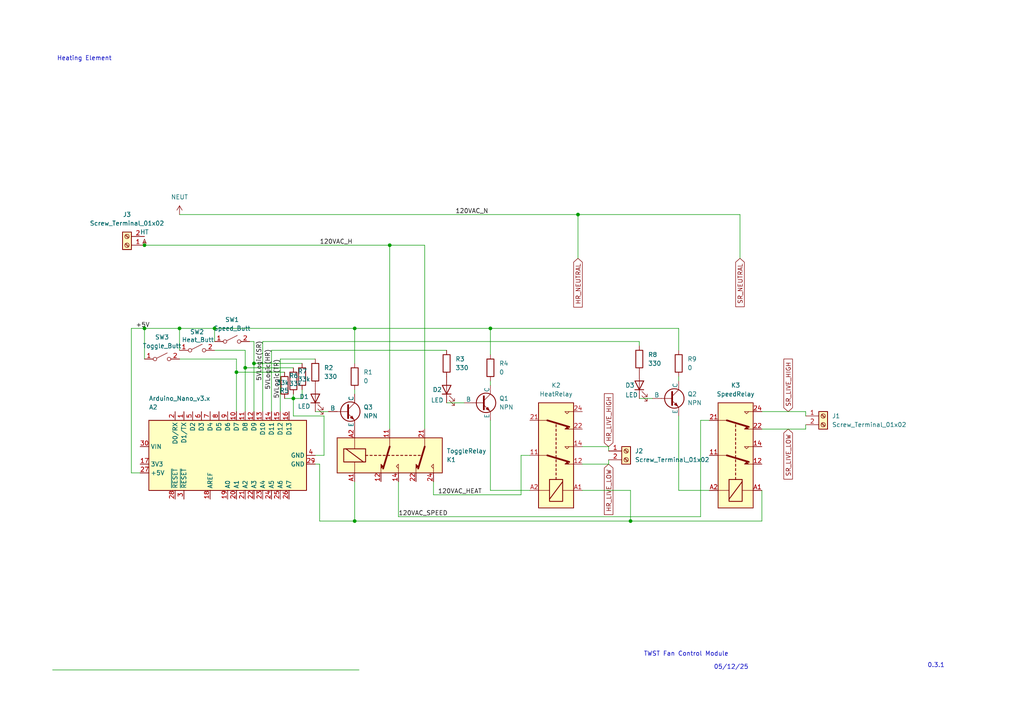
<source format=kicad_sch>
(kicad_sch
	(version 20250114)
	(generator "eeschema")
	(generator_version "9.0")
	(uuid "6396a02f-9d3a-45ad-bbad-08eb1a238614")
	(paper "A4")
	(lib_symbols
		(symbol "Connector:Screw_Terminal_01x02"
			(pin_names
				(offset 1.016)
				(hide yes)
			)
			(exclude_from_sim no)
			(in_bom yes)
			(on_board yes)
			(property "Reference" "J"
				(at 0 2.54 0)
				(effects
					(font
						(size 1.27 1.27)
					)
				)
			)
			(property "Value" "Screw_Terminal_01x02"
				(at 0 -5.08 0)
				(effects
					(font
						(size 1.27 1.27)
					)
				)
			)
			(property "Footprint" ""
				(at 0 0 0)
				(effects
					(font
						(size 1.27 1.27)
					)
					(hide yes)
				)
			)
			(property "Datasheet" "~"
				(at 0 0 0)
				(effects
					(font
						(size 1.27 1.27)
					)
					(hide yes)
				)
			)
			(property "Description" "Generic screw terminal, single row, 01x02, script generated (kicad-library-utils/schlib/autogen/connector/)"
				(at 0 0 0)
				(effects
					(font
						(size 1.27 1.27)
					)
					(hide yes)
				)
			)
			(property "ki_keywords" "screw terminal"
				(at 0 0 0)
				(effects
					(font
						(size 1.27 1.27)
					)
					(hide yes)
				)
			)
			(property "ki_fp_filters" "TerminalBlock*:*"
				(at 0 0 0)
				(effects
					(font
						(size 1.27 1.27)
					)
					(hide yes)
				)
			)
			(symbol "Screw_Terminal_01x02_1_1"
				(rectangle
					(start -1.27 1.27)
					(end 1.27 -3.81)
					(stroke
						(width 0.254)
						(type default)
					)
					(fill
						(type background)
					)
				)
				(polyline
					(pts
						(xy -0.5334 0.3302) (xy 0.3302 -0.508)
					)
					(stroke
						(width 0.1524)
						(type default)
					)
					(fill
						(type none)
					)
				)
				(polyline
					(pts
						(xy -0.5334 -2.2098) (xy 0.3302 -3.048)
					)
					(stroke
						(width 0.1524)
						(type default)
					)
					(fill
						(type none)
					)
				)
				(polyline
					(pts
						(xy -0.3556 0.508) (xy 0.508 -0.3302)
					)
					(stroke
						(width 0.1524)
						(type default)
					)
					(fill
						(type none)
					)
				)
				(polyline
					(pts
						(xy -0.3556 -2.032) (xy 0.508 -2.8702)
					)
					(stroke
						(width 0.1524)
						(type default)
					)
					(fill
						(type none)
					)
				)
				(circle
					(center 0 0)
					(radius 0.635)
					(stroke
						(width 0.1524)
						(type default)
					)
					(fill
						(type none)
					)
				)
				(circle
					(center 0 -2.54)
					(radius 0.635)
					(stroke
						(width 0.1524)
						(type default)
					)
					(fill
						(type none)
					)
				)
				(pin passive line
					(at -5.08 0 0)
					(length 3.81)
					(name "Pin_1"
						(effects
							(font
								(size 1.27 1.27)
							)
						)
					)
					(number "1"
						(effects
							(font
								(size 1.27 1.27)
							)
						)
					)
				)
				(pin passive line
					(at -5.08 -2.54 0)
					(length 3.81)
					(name "Pin_2"
						(effects
							(font
								(size 1.27 1.27)
							)
						)
					)
					(number "2"
						(effects
							(font
								(size 1.27 1.27)
							)
						)
					)
				)
			)
			(embedded_fonts no)
		)
		(symbol "Device:LED"
			(pin_numbers
				(hide yes)
			)
			(pin_names
				(offset 1.016)
				(hide yes)
			)
			(exclude_from_sim no)
			(in_bom yes)
			(on_board yes)
			(property "Reference" "D"
				(at 0 2.54 0)
				(effects
					(font
						(size 1.27 1.27)
					)
				)
			)
			(property "Value" "LED"
				(at 0 -2.54 0)
				(effects
					(font
						(size 1.27 1.27)
					)
				)
			)
			(property "Footprint" ""
				(at 0 0 0)
				(effects
					(font
						(size 1.27 1.27)
					)
					(hide yes)
				)
			)
			(property "Datasheet" "~"
				(at 0 0 0)
				(effects
					(font
						(size 1.27 1.27)
					)
					(hide yes)
				)
			)
			(property "Description" "Light emitting diode"
				(at 0 0 0)
				(effects
					(font
						(size 1.27 1.27)
					)
					(hide yes)
				)
			)
			(property "Sim.Pins" "1=K 2=A"
				(at 0 0 0)
				(effects
					(font
						(size 1.27 1.27)
					)
					(hide yes)
				)
			)
			(property "ki_keywords" "LED diode"
				(at 0 0 0)
				(effects
					(font
						(size 1.27 1.27)
					)
					(hide yes)
				)
			)
			(property "ki_fp_filters" "LED* LED_SMD:* LED_THT:*"
				(at 0 0 0)
				(effects
					(font
						(size 1.27 1.27)
					)
					(hide yes)
				)
			)
			(symbol "LED_0_1"
				(polyline
					(pts
						(xy -3.048 -0.762) (xy -4.572 -2.286) (xy -3.81 -2.286) (xy -4.572 -2.286) (xy -4.572 -1.524)
					)
					(stroke
						(width 0)
						(type default)
					)
					(fill
						(type none)
					)
				)
				(polyline
					(pts
						(xy -1.778 -0.762) (xy -3.302 -2.286) (xy -2.54 -2.286) (xy -3.302 -2.286) (xy -3.302 -1.524)
					)
					(stroke
						(width 0)
						(type default)
					)
					(fill
						(type none)
					)
				)
				(polyline
					(pts
						(xy -1.27 0) (xy 1.27 0)
					)
					(stroke
						(width 0)
						(type default)
					)
					(fill
						(type none)
					)
				)
				(polyline
					(pts
						(xy -1.27 -1.27) (xy -1.27 1.27)
					)
					(stroke
						(width 0.254)
						(type default)
					)
					(fill
						(type none)
					)
				)
				(polyline
					(pts
						(xy 1.27 -1.27) (xy 1.27 1.27) (xy -1.27 0) (xy 1.27 -1.27)
					)
					(stroke
						(width 0.254)
						(type default)
					)
					(fill
						(type none)
					)
				)
			)
			(symbol "LED_1_1"
				(pin passive line
					(at -3.81 0 0)
					(length 2.54)
					(name "K"
						(effects
							(font
								(size 1.27 1.27)
							)
						)
					)
					(number "1"
						(effects
							(font
								(size 1.27 1.27)
							)
						)
					)
				)
				(pin passive line
					(at 3.81 0 180)
					(length 2.54)
					(name "A"
						(effects
							(font
								(size 1.27 1.27)
							)
						)
					)
					(number "2"
						(effects
							(font
								(size 1.27 1.27)
							)
						)
					)
				)
			)
			(embedded_fonts no)
		)
		(symbol "Device:R"
			(pin_numbers
				(hide yes)
			)
			(pin_names
				(offset 0)
			)
			(exclude_from_sim no)
			(in_bom yes)
			(on_board yes)
			(property "Reference" "R"
				(at 2.032 0 90)
				(effects
					(font
						(size 1.27 1.27)
					)
				)
			)
			(property "Value" "R"
				(at 0 0 90)
				(effects
					(font
						(size 1.27 1.27)
					)
				)
			)
			(property "Footprint" ""
				(at -1.778 0 90)
				(effects
					(font
						(size 1.27 1.27)
					)
					(hide yes)
				)
			)
			(property "Datasheet" "~"
				(at 0 0 0)
				(effects
					(font
						(size 1.27 1.27)
					)
					(hide yes)
				)
			)
			(property "Description" "Resistor"
				(at 0 0 0)
				(effects
					(font
						(size 1.27 1.27)
					)
					(hide yes)
				)
			)
			(property "ki_keywords" "R res resistor"
				(at 0 0 0)
				(effects
					(font
						(size 1.27 1.27)
					)
					(hide yes)
				)
			)
			(property "ki_fp_filters" "R_*"
				(at 0 0 0)
				(effects
					(font
						(size 1.27 1.27)
					)
					(hide yes)
				)
			)
			(symbol "R_0_1"
				(rectangle
					(start -1.016 -2.54)
					(end 1.016 2.54)
					(stroke
						(width 0.254)
						(type default)
					)
					(fill
						(type none)
					)
				)
			)
			(symbol "R_1_1"
				(pin passive line
					(at 0 3.81 270)
					(length 1.27)
					(name "~"
						(effects
							(font
								(size 1.27 1.27)
							)
						)
					)
					(number "1"
						(effects
							(font
								(size 1.27 1.27)
							)
						)
					)
				)
				(pin passive line
					(at 0 -3.81 90)
					(length 1.27)
					(name "~"
						(effects
							(font
								(size 1.27 1.27)
							)
						)
					)
					(number "2"
						(effects
							(font
								(size 1.27 1.27)
							)
						)
					)
				)
			)
			(embedded_fonts no)
		)
		(symbol "MCU_Module:Arduino_Nano_v3.x"
			(exclude_from_sim no)
			(in_bom yes)
			(on_board yes)
			(property "Reference" "A"
				(at -10.16 23.495 0)
				(effects
					(font
						(size 1.27 1.27)
					)
					(justify left bottom)
				)
			)
			(property "Value" "Arduino_Nano_v3.x"
				(at 5.08 -24.13 0)
				(effects
					(font
						(size 1.27 1.27)
					)
					(justify left top)
				)
			)
			(property "Footprint" "Module:Arduino_Nano"
				(at 0 0 0)
				(effects
					(font
						(size 1.27 1.27)
						(italic yes)
					)
					(hide yes)
				)
			)
			(property "Datasheet" "http://www.mouser.com/pdfdocs/Gravitech_Arduino_Nano3_0.pdf"
				(at 0 0 0)
				(effects
					(font
						(size 1.27 1.27)
					)
					(hide yes)
				)
			)
			(property "Description" "Arduino Nano v3.x"
				(at 0 0 0)
				(effects
					(font
						(size 1.27 1.27)
					)
					(hide yes)
				)
			)
			(property "ki_keywords" "Arduino nano microcontroller module USB"
				(at 0 0 0)
				(effects
					(font
						(size 1.27 1.27)
					)
					(hide yes)
				)
			)
			(property "ki_fp_filters" "Arduino*Nano*"
				(at 0 0 0)
				(effects
					(font
						(size 1.27 1.27)
					)
					(hide yes)
				)
			)
			(symbol "Arduino_Nano_v3.x_0_1"
				(rectangle
					(start -10.16 22.86)
					(end 10.16 -22.86)
					(stroke
						(width 0.254)
						(type default)
					)
					(fill
						(type background)
					)
				)
			)
			(symbol "Arduino_Nano_v3.x_1_1"
				(pin bidirectional line
					(at -12.7 15.24 0)
					(length 2.54)
					(name "D0/RX"
						(effects
							(font
								(size 1.27 1.27)
							)
						)
					)
					(number "2"
						(effects
							(font
								(size 1.27 1.27)
							)
						)
					)
				)
				(pin bidirectional line
					(at -12.7 12.7 0)
					(length 2.54)
					(name "D1/TX"
						(effects
							(font
								(size 1.27 1.27)
							)
						)
					)
					(number "1"
						(effects
							(font
								(size 1.27 1.27)
							)
						)
					)
				)
				(pin bidirectional line
					(at -12.7 10.16 0)
					(length 2.54)
					(name "D2"
						(effects
							(font
								(size 1.27 1.27)
							)
						)
					)
					(number "5"
						(effects
							(font
								(size 1.27 1.27)
							)
						)
					)
				)
				(pin bidirectional line
					(at -12.7 7.62 0)
					(length 2.54)
					(name "D3"
						(effects
							(font
								(size 1.27 1.27)
							)
						)
					)
					(number "6"
						(effects
							(font
								(size 1.27 1.27)
							)
						)
					)
				)
				(pin bidirectional line
					(at -12.7 5.08 0)
					(length 2.54)
					(name "D4"
						(effects
							(font
								(size 1.27 1.27)
							)
						)
					)
					(number "7"
						(effects
							(font
								(size 1.27 1.27)
							)
						)
					)
				)
				(pin bidirectional line
					(at -12.7 2.54 0)
					(length 2.54)
					(name "D5"
						(effects
							(font
								(size 1.27 1.27)
							)
						)
					)
					(number "8"
						(effects
							(font
								(size 1.27 1.27)
							)
						)
					)
				)
				(pin bidirectional line
					(at -12.7 0 0)
					(length 2.54)
					(name "D6"
						(effects
							(font
								(size 1.27 1.27)
							)
						)
					)
					(number "9"
						(effects
							(font
								(size 1.27 1.27)
							)
						)
					)
				)
				(pin bidirectional line
					(at -12.7 -2.54 0)
					(length 2.54)
					(name "D7"
						(effects
							(font
								(size 1.27 1.27)
							)
						)
					)
					(number "10"
						(effects
							(font
								(size 1.27 1.27)
							)
						)
					)
				)
				(pin bidirectional line
					(at -12.7 -5.08 0)
					(length 2.54)
					(name "D8"
						(effects
							(font
								(size 1.27 1.27)
							)
						)
					)
					(number "11"
						(effects
							(font
								(size 1.27 1.27)
							)
						)
					)
				)
				(pin bidirectional line
					(at -12.7 -7.62 0)
					(length 2.54)
					(name "D9"
						(effects
							(font
								(size 1.27 1.27)
							)
						)
					)
					(number "12"
						(effects
							(font
								(size 1.27 1.27)
							)
						)
					)
				)
				(pin bidirectional line
					(at -12.7 -10.16 0)
					(length 2.54)
					(name "D10"
						(effects
							(font
								(size 1.27 1.27)
							)
						)
					)
					(number "13"
						(effects
							(font
								(size 1.27 1.27)
							)
						)
					)
				)
				(pin bidirectional line
					(at -12.7 -12.7 0)
					(length 2.54)
					(name "D11"
						(effects
							(font
								(size 1.27 1.27)
							)
						)
					)
					(number "14"
						(effects
							(font
								(size 1.27 1.27)
							)
						)
					)
				)
				(pin bidirectional line
					(at -12.7 -15.24 0)
					(length 2.54)
					(name "D12"
						(effects
							(font
								(size 1.27 1.27)
							)
						)
					)
					(number "15"
						(effects
							(font
								(size 1.27 1.27)
							)
						)
					)
				)
				(pin bidirectional line
					(at -12.7 -17.78 0)
					(length 2.54)
					(name "D13"
						(effects
							(font
								(size 1.27 1.27)
							)
						)
					)
					(number "16"
						(effects
							(font
								(size 1.27 1.27)
							)
						)
					)
				)
				(pin power_in line
					(at -2.54 25.4 270)
					(length 2.54)
					(name "VIN"
						(effects
							(font
								(size 1.27 1.27)
							)
						)
					)
					(number "30"
						(effects
							(font
								(size 1.27 1.27)
							)
						)
					)
				)
				(pin power_in line
					(at 0 -25.4 90)
					(length 2.54)
					(name "GND"
						(effects
							(font
								(size 1.27 1.27)
							)
						)
					)
					(number "4"
						(effects
							(font
								(size 1.27 1.27)
							)
						)
					)
				)
				(pin power_out line
					(at 2.54 25.4 270)
					(length 2.54)
					(name "3V3"
						(effects
							(font
								(size 1.27 1.27)
							)
						)
					)
					(number "17"
						(effects
							(font
								(size 1.27 1.27)
							)
						)
					)
				)
				(pin power_in line
					(at 2.54 -25.4 90)
					(length 2.54)
					(name "GND"
						(effects
							(font
								(size 1.27 1.27)
							)
						)
					)
					(number "29"
						(effects
							(font
								(size 1.27 1.27)
							)
						)
					)
				)
				(pin power_out line
					(at 5.08 25.4 270)
					(length 2.54)
					(name "+5V"
						(effects
							(font
								(size 1.27 1.27)
							)
						)
					)
					(number "27"
						(effects
							(font
								(size 1.27 1.27)
							)
						)
					)
				)
				(pin input line
					(at 12.7 15.24 180)
					(length 2.54)
					(name "~{RESET}"
						(effects
							(font
								(size 1.27 1.27)
							)
						)
					)
					(number "28"
						(effects
							(font
								(size 1.27 1.27)
							)
						)
					)
				)
				(pin input line
					(at 12.7 12.7 180)
					(length 2.54)
					(name "~{RESET}"
						(effects
							(font
								(size 1.27 1.27)
							)
						)
					)
					(number "3"
						(effects
							(font
								(size 1.27 1.27)
							)
						)
					)
				)
				(pin input line
					(at 12.7 5.08 180)
					(length 2.54)
					(name "AREF"
						(effects
							(font
								(size 1.27 1.27)
							)
						)
					)
					(number "18"
						(effects
							(font
								(size 1.27 1.27)
							)
						)
					)
				)
				(pin bidirectional line
					(at 12.7 0 180)
					(length 2.54)
					(name "A0"
						(effects
							(font
								(size 1.27 1.27)
							)
						)
					)
					(number "19"
						(effects
							(font
								(size 1.27 1.27)
							)
						)
					)
				)
				(pin bidirectional line
					(at 12.7 -2.54 180)
					(length 2.54)
					(name "A1"
						(effects
							(font
								(size 1.27 1.27)
							)
						)
					)
					(number "20"
						(effects
							(font
								(size 1.27 1.27)
							)
						)
					)
				)
				(pin bidirectional line
					(at 12.7 -5.08 180)
					(length 2.54)
					(name "A2"
						(effects
							(font
								(size 1.27 1.27)
							)
						)
					)
					(number "21"
						(effects
							(font
								(size 1.27 1.27)
							)
						)
					)
				)
				(pin bidirectional line
					(at 12.7 -7.62 180)
					(length 2.54)
					(name "A3"
						(effects
							(font
								(size 1.27 1.27)
							)
						)
					)
					(number "22"
						(effects
							(font
								(size 1.27 1.27)
							)
						)
					)
				)
				(pin bidirectional line
					(at 12.7 -10.16 180)
					(length 2.54)
					(name "A4"
						(effects
							(font
								(size 1.27 1.27)
							)
						)
					)
					(number "23"
						(effects
							(font
								(size 1.27 1.27)
							)
						)
					)
				)
				(pin bidirectional line
					(at 12.7 -12.7 180)
					(length 2.54)
					(name "A5"
						(effects
							(font
								(size 1.27 1.27)
							)
						)
					)
					(number "24"
						(effects
							(font
								(size 1.27 1.27)
							)
						)
					)
				)
				(pin bidirectional line
					(at 12.7 -15.24 180)
					(length 2.54)
					(name "A6"
						(effects
							(font
								(size 1.27 1.27)
							)
						)
					)
					(number "25"
						(effects
							(font
								(size 1.27 1.27)
							)
						)
					)
				)
				(pin bidirectional line
					(at 12.7 -17.78 180)
					(length 2.54)
					(name "A7"
						(effects
							(font
								(size 1.27 1.27)
							)
						)
					)
					(number "26"
						(effects
							(font
								(size 1.27 1.27)
							)
						)
					)
				)
			)
			(embedded_fonts no)
		)
		(symbol "Relay:Relay_DPDT"
			(exclude_from_sim no)
			(in_bom yes)
			(on_board yes)
			(property "Reference" "K"
				(at 16.51 3.81 0)
				(effects
					(font
						(size 1.27 1.27)
					)
					(justify left)
				)
			)
			(property "Value" "Relay_DPDT"
				(at 16.51 1.27 0)
				(effects
					(font
						(size 1.27 1.27)
					)
					(justify left)
				)
			)
			(property "Footprint" ""
				(at 16.51 -1.27 0)
				(effects
					(font
						(size 1.27 1.27)
					)
					(justify left)
					(hide yes)
				)
			)
			(property "Datasheet" "~"
				(at 0 0 0)
				(effects
					(font
						(size 1.27 1.27)
					)
					(hide yes)
				)
			)
			(property "Description" "Monostable Relay DPDT, EN50005"
				(at 0 0 0)
				(effects
					(font
						(size 1.27 1.27)
					)
					(hide yes)
				)
			)
			(property "ki_keywords" "Relay DPDT"
				(at 0 0 0)
				(effects
					(font
						(size 1.27 1.27)
					)
					(hide yes)
				)
			)
			(property "ki_fp_filters" "Relay?DPDT*"
				(at 0 0 0)
				(effects
					(font
						(size 1.27 1.27)
					)
					(hide yes)
				)
			)
			(symbol "Relay_DPDT_0_1"
				(rectangle
					(start -15.24 5.08)
					(end 15.24 -5.08)
					(stroke
						(width 0.254)
						(type default)
					)
					(fill
						(type background)
					)
				)
				(rectangle
					(start -13.335 1.905)
					(end -6.985 -1.905)
					(stroke
						(width 0.254)
						(type default)
					)
					(fill
						(type none)
					)
				)
				(polyline
					(pts
						(xy -12.7 -1.905) (xy -7.62 1.905)
					)
					(stroke
						(width 0.254)
						(type default)
					)
					(fill
						(type none)
					)
				)
				(polyline
					(pts
						(xy -10.16 5.08) (xy -10.16 1.905)
					)
					(stroke
						(width 0)
						(type default)
					)
					(fill
						(type none)
					)
				)
				(polyline
					(pts
						(xy -10.16 -5.08) (xy -10.16 -1.905)
					)
					(stroke
						(width 0)
						(type default)
					)
					(fill
						(type none)
					)
				)
				(polyline
					(pts
						(xy -6.985 0) (xy -6.35 0)
					)
					(stroke
						(width 0.254)
						(type default)
					)
					(fill
						(type none)
					)
				)
				(polyline
					(pts
						(xy -5.715 0) (xy -5.08 0)
					)
					(stroke
						(width 0.254)
						(type default)
					)
					(fill
						(type none)
					)
				)
				(polyline
					(pts
						(xy -4.445 0) (xy -3.81 0)
					)
					(stroke
						(width 0.254)
						(type default)
					)
					(fill
						(type none)
					)
				)
				(polyline
					(pts
						(xy -3.175 0) (xy -2.54 0)
					)
					(stroke
						(width 0.254)
						(type default)
					)
					(fill
						(type none)
					)
				)
				(polyline
					(pts
						(xy -2.54 5.08) (xy -2.54 2.54) (xy -1.905 3.175) (xy -2.54 3.81)
					)
					(stroke
						(width 0)
						(type default)
					)
					(fill
						(type outline)
					)
				)
				(polyline
					(pts
						(xy -1.905 0) (xy -1.27 0)
					)
					(stroke
						(width 0.254)
						(type default)
					)
					(fill
						(type none)
					)
				)
				(polyline
					(pts
						(xy -0.635 0) (xy 0 0)
					)
					(stroke
						(width 0.254)
						(type default)
					)
					(fill
						(type none)
					)
				)
				(polyline
					(pts
						(xy 0 -2.54) (xy -1.905 3.81)
					)
					(stroke
						(width 0.508)
						(type default)
					)
					(fill
						(type none)
					)
				)
				(polyline
					(pts
						(xy 0 -2.54) (xy 0 -5.08)
					)
					(stroke
						(width 0)
						(type default)
					)
					(fill
						(type none)
					)
				)
				(polyline
					(pts
						(xy 0.635 0) (xy 1.27 0)
					)
					(stroke
						(width 0.254)
						(type default)
					)
					(fill
						(type none)
					)
				)
				(polyline
					(pts
						(xy 1.905 0) (xy 2.54 0)
					)
					(stroke
						(width 0.254)
						(type default)
					)
					(fill
						(type none)
					)
				)
				(polyline
					(pts
						(xy 2.54 5.08) (xy 2.54 2.54) (xy 1.905 3.175) (xy 2.54 3.81)
					)
					(stroke
						(width 0)
						(type default)
					)
					(fill
						(type none)
					)
				)
				(polyline
					(pts
						(xy 3.175 0) (xy 3.81 0)
					)
					(stroke
						(width 0.254)
						(type default)
					)
					(fill
						(type none)
					)
				)
				(polyline
					(pts
						(xy 4.445 0) (xy 5.08 0)
					)
					(stroke
						(width 0.254)
						(type default)
					)
					(fill
						(type none)
					)
				)
				(polyline
					(pts
						(xy 5.715 0) (xy 6.35 0)
					)
					(stroke
						(width 0.254)
						(type default)
					)
					(fill
						(type none)
					)
				)
				(polyline
					(pts
						(xy 6.985 0) (xy 7.62 0)
					)
					(stroke
						(width 0.254)
						(type default)
					)
					(fill
						(type none)
					)
				)
				(polyline
					(pts
						(xy 7.62 5.08) (xy 7.62 2.54) (xy 8.255 3.175) (xy 7.62 3.81)
					)
					(stroke
						(width 0)
						(type default)
					)
					(fill
						(type outline)
					)
				)
				(polyline
					(pts
						(xy 8.255 0) (xy 8.89 0)
					)
					(stroke
						(width 0.254)
						(type default)
					)
					(fill
						(type none)
					)
				)
				(polyline
					(pts
						(xy 10.16 -2.54) (xy 8.255 3.81)
					)
					(stroke
						(width 0.508)
						(type default)
					)
					(fill
						(type none)
					)
				)
				(polyline
					(pts
						(xy 10.16 -2.54) (xy 10.16 -5.08)
					)
					(stroke
						(width 0)
						(type default)
					)
					(fill
						(type none)
					)
				)
				(polyline
					(pts
						(xy 12.7 5.08) (xy 12.7 2.54) (xy 12.065 3.175) (xy 12.7 3.81)
					)
					(stroke
						(width 0)
						(type default)
					)
					(fill
						(type none)
					)
				)
			)
			(symbol "Relay_DPDT_1_1"
				(pin passive line
					(at -10.16 7.62 270)
					(length 2.54)
					(name "~"
						(effects
							(font
								(size 1.27 1.27)
							)
						)
					)
					(number "A1"
						(effects
							(font
								(size 1.27 1.27)
							)
						)
					)
				)
				(pin passive line
					(at -10.16 -7.62 90)
					(length 2.54)
					(name "~"
						(effects
							(font
								(size 1.27 1.27)
							)
						)
					)
					(number "A2"
						(effects
							(font
								(size 1.27 1.27)
							)
						)
					)
				)
				(pin passive line
					(at -2.54 7.62 270)
					(length 2.54)
					(name "~"
						(effects
							(font
								(size 1.27 1.27)
							)
						)
					)
					(number "12"
						(effects
							(font
								(size 1.27 1.27)
							)
						)
					)
				)
				(pin passive line
					(at 0 -7.62 90)
					(length 2.54)
					(name "~"
						(effects
							(font
								(size 1.27 1.27)
							)
						)
					)
					(number "11"
						(effects
							(font
								(size 1.27 1.27)
							)
						)
					)
				)
				(pin passive line
					(at 2.54 7.62 270)
					(length 2.54)
					(name "~"
						(effects
							(font
								(size 1.27 1.27)
							)
						)
					)
					(number "14"
						(effects
							(font
								(size 1.27 1.27)
							)
						)
					)
				)
				(pin passive line
					(at 7.62 7.62 270)
					(length 2.54)
					(name "~"
						(effects
							(font
								(size 1.27 1.27)
							)
						)
					)
					(number "22"
						(effects
							(font
								(size 1.27 1.27)
							)
						)
					)
				)
				(pin passive line
					(at 10.16 -7.62 90)
					(length 2.54)
					(name "~"
						(effects
							(font
								(size 1.27 1.27)
							)
						)
					)
					(number "21"
						(effects
							(font
								(size 1.27 1.27)
							)
						)
					)
				)
				(pin passive line
					(at 12.7 7.62 270)
					(length 2.54)
					(name "~"
						(effects
							(font
								(size 1.27 1.27)
							)
						)
					)
					(number "24"
						(effects
							(font
								(size 1.27 1.27)
							)
						)
					)
				)
			)
			(embedded_fonts no)
		)
		(symbol "Simulation_SPICE:NPN"
			(pin_numbers
				(hide yes)
			)
			(pin_names
				(offset 0)
			)
			(exclude_from_sim no)
			(in_bom yes)
			(on_board yes)
			(property "Reference" "Q"
				(at -2.54 7.62 0)
				(effects
					(font
						(size 1.27 1.27)
					)
				)
			)
			(property "Value" "NPN"
				(at -2.54 5.08 0)
				(effects
					(font
						(size 1.27 1.27)
					)
				)
			)
			(property "Footprint" ""
				(at 63.5 0 0)
				(effects
					(font
						(size 1.27 1.27)
					)
					(hide yes)
				)
			)
			(property "Datasheet" "~"
				(at 63.5 0 0)
				(effects
					(font
						(size 1.27 1.27)
					)
					(hide yes)
				)
			)
			(property "Description" "Bipolar transistor symbol for simulation only, substrate tied to the emitter"
				(at 0 0 0)
				(effects
					(font
						(size 1.27 1.27)
					)
					(hide yes)
				)
			)
			(property "Sim.Device" "NPN"
				(at 0 0 0)
				(effects
					(font
						(size 1.27 1.27)
					)
					(hide yes)
				)
			)
			(property "Sim.Type" "GUMMELPOON"
				(at 0 0 0)
				(effects
					(font
						(size 1.27 1.27)
					)
					(hide yes)
				)
			)
			(property "Sim.Pins" "1=C 2=B 3=E"
				(at 0 0 0)
				(effects
					(font
						(size 1.27 1.27)
					)
					(hide yes)
				)
			)
			(property "ki_keywords" "simulation"
				(at 0 0 0)
				(effects
					(font
						(size 1.27 1.27)
					)
					(hide yes)
				)
			)
			(symbol "NPN_0_1"
				(polyline
					(pts
						(xy -2.54 0) (xy 0.635 0)
					)
					(stroke
						(width 0.1524)
						(type default)
					)
					(fill
						(type none)
					)
				)
				(polyline
					(pts
						(xy 0.635 1.905) (xy 0.635 -1.905) (xy 0.635 -1.905)
					)
					(stroke
						(width 0.508)
						(type default)
					)
					(fill
						(type none)
					)
				)
				(polyline
					(pts
						(xy 0.635 0.635) (xy 2.54 2.54)
					)
					(stroke
						(width 0)
						(type default)
					)
					(fill
						(type none)
					)
				)
				(polyline
					(pts
						(xy 0.635 -0.635) (xy 2.54 -2.54) (xy 2.54 -2.54)
					)
					(stroke
						(width 0)
						(type default)
					)
					(fill
						(type none)
					)
				)
				(circle
					(center 1.27 0)
					(radius 2.8194)
					(stroke
						(width 0.254)
						(type default)
					)
					(fill
						(type none)
					)
				)
				(polyline
					(pts
						(xy 1.27 -1.778) (xy 1.778 -1.27) (xy 2.286 -2.286) (xy 1.27 -1.778) (xy 1.27 -1.778)
					)
					(stroke
						(width 0)
						(type default)
					)
					(fill
						(type outline)
					)
				)
				(polyline
					(pts
						(xy 2.794 -1.27) (xy 2.794 -1.27)
					)
					(stroke
						(width 0.1524)
						(type default)
					)
					(fill
						(type none)
					)
				)
				(polyline
					(pts
						(xy 2.794 -1.27) (xy 2.794 -1.27)
					)
					(stroke
						(width 0.1524)
						(type default)
					)
					(fill
						(type none)
					)
				)
			)
			(symbol "NPN_1_1"
				(pin input line
					(at -5.08 0 0)
					(length 2.54)
					(name "B"
						(effects
							(font
								(size 1.27 1.27)
							)
						)
					)
					(number "2"
						(effects
							(font
								(size 1.27 1.27)
							)
						)
					)
				)
				(pin open_collector line
					(at 2.54 5.08 270)
					(length 2.54)
					(name "C"
						(effects
							(font
								(size 1.27 1.27)
							)
						)
					)
					(number "1"
						(effects
							(font
								(size 1.27 1.27)
							)
						)
					)
				)
				(pin open_emitter line
					(at 2.54 -5.08 90)
					(length 2.54)
					(name "E"
						(effects
							(font
								(size 1.27 1.27)
							)
						)
					)
					(number "3"
						(effects
							(font
								(size 1.27 1.27)
							)
						)
					)
				)
			)
			(embedded_fonts no)
		)
		(symbol "Switch:SW_SPST"
			(pin_names
				(offset 0)
				(hide yes)
			)
			(exclude_from_sim no)
			(in_bom yes)
			(on_board yes)
			(property "Reference" "SW"
				(at 0 3.175 0)
				(effects
					(font
						(size 1.27 1.27)
					)
				)
			)
			(property "Value" "SW_SPST"
				(at 0 -2.54 0)
				(effects
					(font
						(size 1.27 1.27)
					)
				)
			)
			(property "Footprint" ""
				(at 0 0 0)
				(effects
					(font
						(size 1.27 1.27)
					)
					(hide yes)
				)
			)
			(property "Datasheet" "~"
				(at 0 0 0)
				(effects
					(font
						(size 1.27 1.27)
					)
					(hide yes)
				)
			)
			(property "Description" "Single Pole Single Throw (SPST) switch"
				(at 0 0 0)
				(effects
					(font
						(size 1.27 1.27)
					)
					(hide yes)
				)
			)
			(property "ki_keywords" "switch lever"
				(at 0 0 0)
				(effects
					(font
						(size 1.27 1.27)
					)
					(hide yes)
				)
			)
			(symbol "SW_SPST_0_0"
				(circle
					(center -2.032 0)
					(radius 0.508)
					(stroke
						(width 0)
						(type default)
					)
					(fill
						(type none)
					)
				)
				(polyline
					(pts
						(xy -1.524 0.254) (xy 1.524 1.778)
					)
					(stroke
						(width 0)
						(type default)
					)
					(fill
						(type none)
					)
				)
				(circle
					(center 2.032 0)
					(radius 0.508)
					(stroke
						(width 0)
						(type default)
					)
					(fill
						(type none)
					)
				)
			)
			(symbol "SW_SPST_1_1"
				(pin passive line
					(at -5.08 0 0)
					(length 2.54)
					(name "A"
						(effects
							(font
								(size 1.27 1.27)
							)
						)
					)
					(number "1"
						(effects
							(font
								(size 1.27 1.27)
							)
						)
					)
				)
				(pin passive line
					(at 5.08 0 180)
					(length 2.54)
					(name "B"
						(effects
							(font
								(size 1.27 1.27)
							)
						)
					)
					(number "2"
						(effects
							(font
								(size 1.27 1.27)
							)
						)
					)
				)
			)
			(embedded_fonts no)
		)
		(symbol "power:HT"
			(power)
			(pin_names
				(offset 0)
			)
			(exclude_from_sim no)
			(in_bom yes)
			(on_board yes)
			(property "Reference" "#PWR"
				(at 0 3.048 0)
				(effects
					(font
						(size 1.27 1.27)
					)
					(hide yes)
				)
			)
			(property "Value" "HT"
				(at 0 2.286 0)
				(effects
					(font
						(size 1.27 1.27)
					)
				)
			)
			(property "Footprint" ""
				(at 0 0 0)
				(effects
					(font
						(size 1.27 1.27)
					)
					(hide yes)
				)
			)
			(property "Datasheet" ""
				(at 0 0 0)
				(effects
					(font
						(size 1.27 1.27)
					)
					(hide yes)
				)
			)
			(property "Description" "Power symbol creates a global label with name \"HT\""
				(at 0 0 0)
				(effects
					(font
						(size 1.27 1.27)
					)
					(hide yes)
				)
			)
			(property "ki_keywords" "global power"
				(at 0 0 0)
				(effects
					(font
						(size 1.27 1.27)
					)
					(hide yes)
				)
			)
			(symbol "HT_0_0"
				(pin power_in line
					(at 0 0 90)
					(length 0)
					(hide yes)
					(name "HT"
						(effects
							(font
								(size 1.27 1.27)
							)
						)
					)
					(number "1"
						(effects
							(font
								(size 1.27 1.27)
							)
						)
					)
				)
			)
			(symbol "HT_0_1"
				(polyline
					(pts
						(xy 0 1.016) (xy 0.508 0.508) (xy 0 1.778) (xy -0.508 0.508) (xy 0 1.016) (xy 0 1.016)
					)
					(stroke
						(width 0)
						(type default)
					)
					(fill
						(type none)
					)
				)
				(polyline
					(pts
						(xy 0 0) (xy 0 1.016) (xy 0 1.016)
					)
					(stroke
						(width 0)
						(type default)
					)
					(fill
						(type none)
					)
				)
			)
			(embedded_fonts no)
		)
		(symbol "power:NEUT"
			(power)
			(pin_names
				(offset 0)
			)
			(exclude_from_sim no)
			(in_bom yes)
			(on_board yes)
			(property "Reference" "#PWR"
				(at 0 -3.81 0)
				(effects
					(font
						(size 1.27 1.27)
					)
					(hide yes)
				)
			)
			(property "Value" "NEUT"
				(at 0 3.81 0)
				(effects
					(font
						(size 1.27 1.27)
					)
				)
			)
			(property "Footprint" ""
				(at 0 0 0)
				(effects
					(font
						(size 1.27 1.27)
					)
					(hide yes)
				)
			)
			(property "Datasheet" ""
				(at 0 0 0)
				(effects
					(font
						(size 1.27 1.27)
					)
					(hide yes)
				)
			)
			(property "Description" "Power symbol creates a global label with name \"NEUT\""
				(at 0 0 0)
				(effects
					(font
						(size 1.27 1.27)
					)
					(hide yes)
				)
			)
			(property "ki_keywords" "global power"
				(at 0 0 0)
				(effects
					(font
						(size 1.27 1.27)
					)
					(hide yes)
				)
			)
			(symbol "NEUT_0_1"
				(polyline
					(pts
						(xy -0.762 1.27) (xy 0 2.54)
					)
					(stroke
						(width 0)
						(type default)
					)
					(fill
						(type none)
					)
				)
				(polyline
					(pts
						(xy 0 2.54) (xy 0.762 1.27)
					)
					(stroke
						(width 0)
						(type default)
					)
					(fill
						(type none)
					)
				)
				(polyline
					(pts
						(xy 0 0) (xy 0 2.54)
					)
					(stroke
						(width 0)
						(type default)
					)
					(fill
						(type none)
					)
				)
			)
			(symbol "NEUT_1_1"
				(pin power_in line
					(at 0 0 90)
					(length 0)
					(hide yes)
					(name "NEUT"
						(effects
							(font
								(size 1.27 1.27)
							)
						)
					)
					(number "1"
						(effects
							(font
								(size 1.27 1.27)
							)
						)
					)
				)
			)
			(embedded_fonts no)
		)
	)
	(text "TWST Fan Control Module"
		(exclude_from_sim no)
		(at 186.69 190.5 0)
		(effects
			(font
				(size 1.27 1.27)
			)
			(justify left bottom)
		)
		(uuid "773996c9-40bc-4b3a-a4a1-a53519e17111")
	)
	(text "0.3.1"
		(exclude_from_sim no)
		(at 268.986 193.802 0)
		(effects
			(font
				(size 1.27 1.27)
			)
			(justify left bottom)
		)
		(uuid "a83904aa-560a-4170-a91a-350ead084dde")
	)
	(text "05/12/25"
		(exclude_from_sim no)
		(at 207.01 194.31 0)
		(effects
			(font
				(size 1.27 1.27)
			)
			(justify left bottom)
		)
		(uuid "b61fad06-a6fe-4d8b-a6db-b7ab1b9b5ec6")
	)
	(text "Heating Element\n"
		(exclude_from_sim no)
		(at 16.51 17.78 0)
		(effects
			(font
				(size 1.27 1.27)
			)
			(justify left bottom)
		)
		(uuid "e43166a6-c476-42fb-bb6a-5683b3d48ba0")
	)
	(junction
		(at 71.12 106.68)
		(diameter 0)
		(color 0 0 0 0)
		(uuid "25efc50d-fe49-485e-800b-fe716b44e598")
	)
	(junction
		(at 68.58 107.95)
		(diameter 0)
		(color 0 0 0 0)
		(uuid "59c2f29f-8e14-49c1-834c-8cebb5afeea9")
	)
	(junction
		(at 41.91 71.12)
		(diameter 0)
		(color 0 0 0 0)
		(uuid "6e062e45-3c90-4bd5-8acd-95438c638dd5")
	)
	(junction
		(at 102.87 151.13)
		(diameter 0)
		(color 0 0 0 0)
		(uuid "a2871012-fba4-4c5b-92c8-c1767cdc8226")
	)
	(junction
		(at 167.64 62.23)
		(diameter 0)
		(color 0 0 0 0)
		(uuid "ae8301e4-cc3c-42d4-b65f-2e080b78bbbb")
	)
	(junction
		(at 62.23 95.25)
		(diameter 0)
		(color 0 0 0 0)
		(uuid "b13d8614-963e-4fbc-b8f6-810fa161b28e")
	)
	(junction
		(at 85.09 115.57)
		(diameter 0)
		(color 0 0 0 0)
		(uuid "ba8d3025-1372-4517-acf5-9777d6501f63")
	)
	(junction
		(at 102.87 95.25)
		(diameter 0)
		(color 0 0 0 0)
		(uuid "c111d2a0-bd1c-483e-81eb-8dddf1331f95")
	)
	(junction
		(at 142.24 95.25)
		(diameter 0)
		(color 0 0 0 0)
		(uuid "c3b90551-d67e-434c-9130-2a65be015ce1")
	)
	(junction
		(at 182.88 151.13)
		(diameter 0)
		(color 0 0 0 0)
		(uuid "c4a506ab-33e1-4121-827f-20bdd782cfdd")
	)
	(junction
		(at 41.91 95.25)
		(diameter 0)
		(color 0 0 0 0)
		(uuid "c5197b48-71c1-455c-ad4f-75217fc31df1")
	)
	(junction
		(at 52.07 95.25)
		(diameter 0)
		(color 0 0 0 0)
		(uuid "ed9b33ac-4af6-444a-ae1c-0f3fe778f83d")
	)
	(junction
		(at 73.66 105.41)
		(diameter 0)
		(color 0 0 0 0)
		(uuid "f8824049-8877-4ea1-a57f-d2e7d07e36d7")
	)
	(junction
		(at 113.03 71.12)
		(diameter 0)
		(color 0 0 0 0)
		(uuid "ffa3a262-3246-44b8-806a-71695e1a1170")
	)
	(wire
		(pts
			(xy 182.88 142.24) (xy 182.88 151.13)
		)
		(stroke
			(width 0)
			(type default)
		)
		(uuid "0882c4a8-04f8-4334-bd7d-8dc27982ed9e")
	)
	(wire
		(pts
			(xy 73.66 105.41) (xy 87.63 105.41)
		)
		(stroke
			(width 0)
			(type default)
		)
		(uuid "10caf084-aedc-44ad-8c62-aac1bc2cf379")
	)
	(wire
		(pts
			(xy 220.98 142.24) (xy 220.98 151.13)
		)
		(stroke
			(width 0)
			(type default)
		)
		(uuid "10f46ac5-bbc0-4cce-8f6c-59a7235c74ec")
	)
	(wire
		(pts
			(xy 95.25 119.38) (xy 91.44 119.38)
		)
		(stroke
			(width 0)
			(type default)
		)
		(uuid "16f1bb76-3c87-4587-b83d-a184d1dba1fe")
	)
	(wire
		(pts
			(xy 87.63 115.57) (xy 85.09 115.57)
		)
		(stroke
			(width 0)
			(type default)
		)
		(uuid "1894ff7d-5492-4318-9eda-d04a9cd922c7")
	)
	(wire
		(pts
			(xy 40.64 137.16) (xy 38.1 137.16)
		)
		(stroke
			(width 0)
			(type default)
		)
		(uuid "19e7af9f-d538-4421-90a3-40226e6a15a0")
	)
	(wire
		(pts
			(xy 125.73 139.7) (xy 125.73 143.51)
		)
		(stroke
			(width 0)
			(type default)
		)
		(uuid "1a9dc708-52b6-4e79-9c92-e4b23589fa7b")
	)
	(wire
		(pts
			(xy 220.98 124.46) (xy 233.68 124.46)
		)
		(stroke
			(width 0)
			(type default)
		)
		(uuid "1b5746ce-4d68-4538-8cc1-0a08a24d8f82")
	)
	(wire
		(pts
			(xy 129.54 116.84) (xy 134.62 116.84)
		)
		(stroke
			(width 0)
			(type default)
		)
		(uuid "1be3e3f7-2740-4951-94ae-c15cb2f3397e")
	)
	(wire
		(pts
			(xy 73.66 99.06) (xy 73.66 105.41)
		)
		(stroke
			(width 0)
			(type default)
		)
		(uuid "1fa58962-06b7-4ec0-8b55-6bdba02e0da0")
	)
	(wire
		(pts
			(xy 52.07 95.25) (xy 52.07 101.6)
		)
		(stroke
			(width 0)
			(type default)
		)
		(uuid "24f4a946-0e34-4cfb-afe6-33740f811b0a")
	)
	(wire
		(pts
			(xy 38.1 95.25) (xy 41.91 95.25)
		)
		(stroke
			(width 0)
			(type default)
		)
		(uuid "360d9ca6-f6a9-43cb-8cde-72a99586891c")
	)
	(wire
		(pts
			(xy 87.63 113.03) (xy 87.63 115.57)
		)
		(stroke
			(width 0)
			(type default)
		)
		(uuid "37c12ad8-211a-4524-ba06-713348ee56e9")
	)
	(wire
		(pts
			(xy 41.91 95.25) (xy 52.07 95.25)
		)
		(stroke
			(width 0)
			(type default)
		)
		(uuid "39abcc85-0bd6-4260-8e56-3e79e258c73a")
	)
	(wire
		(pts
			(xy 92.71 151.13) (xy 102.87 151.13)
		)
		(stroke
			(width 0)
			(type default)
		)
		(uuid "3e236115-a7aa-47d9-b798-695f54801fed")
	)
	(wire
		(pts
			(xy 182.88 151.13) (xy 220.98 151.13)
		)
		(stroke
			(width 0)
			(type default)
		)
		(uuid "42845b19-65db-4dbf-816d-aa3c0168cd94")
	)
	(wire
		(pts
			(xy 81.28 104.14) (xy 91.44 104.14)
		)
		(stroke
			(width 0)
			(type default)
		)
		(uuid "45117eb4-5b62-463c-9f39-3b8793f25c2c")
	)
	(wire
		(pts
			(xy 102.87 151.13) (xy 182.88 151.13)
		)
		(stroke
			(width 0)
			(type default)
		)
		(uuid "46c6a33c-34b1-4def-bfc0-1630db39eb21")
	)
	(wire
		(pts
			(xy 102.87 95.25) (xy 142.24 95.25)
		)
		(stroke
			(width 0)
			(type default)
		)
		(uuid "4a783ee7-8c92-4731-8d36-f7d7d65e8ee0")
	)
	(wire
		(pts
			(xy 203.2 121.92) (xy 205.74 121.92)
		)
		(stroke
			(width 0)
			(type default)
		)
		(uuid "4c94d9ac-56b1-412b-a8f2-03ad28dea266")
	)
	(wire
		(pts
			(xy 41.91 71.12) (xy 113.03 71.12)
		)
		(stroke
			(width 0)
			(type default)
		)
		(uuid "4f89aecc-2b73-4616-81b5-6bb7e08b8cb4")
	)
	(wire
		(pts
			(xy 196.85 142.24) (xy 205.74 142.24)
		)
		(stroke
			(width 0)
			(type default)
		)
		(uuid "55e5d57f-945c-4da3-92ab-a1f900f295c2")
	)
	(wire
		(pts
			(xy 185.42 115.57) (xy 189.23 115.57)
		)
		(stroke
			(width 0)
			(type default)
		)
		(uuid "56ba2dd5-2d07-4563-b0fe-bd29872f566e")
	)
	(wire
		(pts
			(xy 76.2 99.06) (xy 185.42 99.06)
		)
		(stroke
			(width 0)
			(type default)
		)
		(uuid "56ff4244-1074-48ef-9fce-476ca3d81c88")
	)
	(wire
		(pts
			(xy 151.13 132.08) (xy 153.67 132.08)
		)
		(stroke
			(width 0)
			(type default)
		)
		(uuid "58ddafe2-a42c-4440-a49e-62dac617132e")
	)
	(wire
		(pts
			(xy 41.91 95.25) (xy 41.91 104.14)
		)
		(stroke
			(width 0)
			(type default)
		)
		(uuid "5c51719c-5b5b-4795-a096-3061021f8861")
	)
	(wire
		(pts
			(xy 38.1 137.16) (xy 38.1 95.25)
		)
		(stroke
			(width 0)
			(type default)
		)
		(uuid "5d1b725d-9024-4f63-99df-b65da4a49593")
	)
	(wire
		(pts
			(xy 185.42 99.06) (xy 185.42 100.33)
		)
		(stroke
			(width 0)
			(type default)
		)
		(uuid "5edd129d-0702-49da-9024-20f00bece866")
	)
	(wire
		(pts
			(xy 91.44 132.08) (xy 93.98 132.08)
		)
		(stroke
			(width 0)
			(type default)
		)
		(uuid "62e7d5bc-ef6f-4368-a5fc-40d3459a2e7f")
	)
	(wire
		(pts
			(xy 123.19 71.12) (xy 123.19 124.46)
		)
		(stroke
			(width 0)
			(type default)
		)
		(uuid "66a89bee-7e08-4288-ac33-4585aef744d2")
	)
	(wire
		(pts
			(xy 92.71 134.62) (xy 92.71 151.13)
		)
		(stroke
			(width 0)
			(type default)
		)
		(uuid "66cf625c-2b84-4995-84eb-d5e106f7ab47")
	)
	(wire
		(pts
			(xy 71.12 101.6) (xy 71.12 106.68)
		)
		(stroke
			(width 0)
			(type default)
		)
		(uuid "699c6329-a8ec-44d5-8657-6a48147ba280")
	)
	(wire
		(pts
			(xy 93.98 132.08) (xy 93.98 120.65)
		)
		(stroke
			(width 0)
			(type default)
		)
		(uuid "6a15600f-f5fb-4a5b-970b-4b142f37cff7")
	)
	(wire
		(pts
			(xy 68.58 107.95) (xy 68.58 119.38)
		)
		(stroke
			(width 0)
			(type default)
		)
		(uuid "6cce4e27-9f1b-45e4-a7fa-a2d4981898de")
	)
	(wire
		(pts
			(xy 71.12 106.68) (xy 71.12 119.38)
		)
		(stroke
			(width 0)
			(type default)
		)
		(uuid "6d71613d-0053-4913-8f68-01a41bc8a87d")
	)
	(wire
		(pts
			(xy 62.23 95.25) (xy 62.23 99.06)
		)
		(stroke
			(width 0)
			(type default)
		)
		(uuid "71a46680-500c-4c5a-ab20-c107ef04a499")
	)
	(wire
		(pts
			(xy 214.63 62.23) (xy 214.63 74.93)
		)
		(stroke
			(width 0)
			(type default)
		)
		(uuid "752903d9-7804-46e4-8ed1-dac15fae0fcd")
	)
	(wire
		(pts
			(xy 220.98 119.38) (xy 233.68 119.38)
		)
		(stroke
			(width 0)
			(type default)
		)
		(uuid "7a40c5c5-10f5-4643-9161-0b7b42032f5e")
	)
	(wire
		(pts
			(xy 196.85 95.25) (xy 196.85 101.6)
		)
		(stroke
			(width 0)
			(type default)
		)
		(uuid "7b25a696-b4cd-41fd-822d-d9b53b6f206c")
	)
	(wire
		(pts
			(xy 196.85 120.65) (xy 196.85 142.24)
		)
		(stroke
			(width 0)
			(type default)
		)
		(uuid "85ca252b-1bf5-40a1-80c8-4f2d239095af")
	)
	(wire
		(pts
			(xy 52.07 95.25) (xy 62.23 95.25)
		)
		(stroke
			(width 0)
			(type default)
		)
		(uuid "86243340-48b1-4c7b-92d5-4c1627528287")
	)
	(wire
		(pts
			(xy 176.53 133.35) (xy 176.53 134.62)
		)
		(stroke
			(width 0)
			(type default)
		)
		(uuid "86315fd3-b02a-41d2-a310-83157265ffb8")
	)
	(wire
		(pts
			(xy 142.24 95.25) (xy 142.24 102.87)
		)
		(stroke
			(width 0)
			(type default)
		)
		(uuid "8cf82c8e-c3e0-4439-99d0-1c61a95f7af4")
	)
	(wire
		(pts
			(xy 168.91 142.24) (xy 182.88 142.24)
		)
		(stroke
			(width 0)
			(type default)
		)
		(uuid "8dd3ac0f-a7e1-4f1a-a582-065bf39cb324")
	)
	(wire
		(pts
			(xy 167.64 62.23) (xy 167.64 74.93)
		)
		(stroke
			(width 0)
			(type default)
		)
		(uuid "906908dc-3b8b-480c-a20a-669d25fe28a0")
	)
	(wire
		(pts
			(xy 81.28 104.14) (xy 81.28 119.38)
		)
		(stroke
			(width 0)
			(type default)
		)
		(uuid "995e98ee-faf8-4b0c-a2ec-2ec0cfc6d51d")
	)
	(wire
		(pts
			(xy 78.74 101.6) (xy 129.54 101.6)
		)
		(stroke
			(width 0)
			(type default)
		)
		(uuid "9c437bfc-1774-4c69-8ddf-b863054ccc3d")
	)
	(wire
		(pts
			(xy 102.87 113.03) (xy 102.87 114.3)
		)
		(stroke
			(width 0)
			(type default)
		)
		(uuid "9c65628f-0b8e-4550-aa50-1cdcb1581ed7")
	)
	(wire
		(pts
			(xy 176.53 129.54) (xy 176.53 130.81)
		)
		(stroke
			(width 0)
			(type default)
		)
		(uuid "a0857fba-abcd-4e66-ab6d-de51e8559306")
	)
	(wire
		(pts
			(xy 115.57 139.7) (xy 115.57 149.86)
		)
		(stroke
			(width 0)
			(type default)
		)
		(uuid "a2183d7e-9383-448d-8eb4-1bdf02efb70c")
	)
	(wire
		(pts
			(xy 62.23 95.25) (xy 102.87 95.25)
		)
		(stroke
			(width 0)
			(type default)
		)
		(uuid "a4909850-5e96-4824-b7a0-26ade057176e")
	)
	(wire
		(pts
			(xy 93.98 120.65) (xy 85.09 120.65)
		)
		(stroke
			(width 0)
			(type default)
		)
		(uuid "a705b4da-d430-4759-b967-6fe6733480a8")
	)
	(wire
		(pts
			(xy 233.68 119.38) (xy 233.68 120.65)
		)
		(stroke
			(width 0)
			(type default)
		)
		(uuid "a7f75dcb-38a8-4969-9611-74b77e118a81")
	)
	(wire
		(pts
			(xy 113.03 71.12) (xy 113.03 124.46)
		)
		(stroke
			(width 0)
			(type default)
		)
		(uuid "ab26cc10-4c6f-48b8-949f-1949e18d393f")
	)
	(wire
		(pts
			(xy 68.58 104.14) (xy 68.58 107.95)
		)
		(stroke
			(width 0)
			(type default)
		)
		(uuid "ae7bbf8a-752e-4f08-825a-b67d97569a9f")
	)
	(wire
		(pts
			(xy 78.74 101.6) (xy 78.74 119.38)
		)
		(stroke
			(width 0)
			(type default)
		)
		(uuid "b7319a8b-3407-4755-b438-1d8198857d8b")
	)
	(wire
		(pts
			(xy 72.39 99.06) (xy 73.66 99.06)
		)
		(stroke
			(width 0)
			(type default)
		)
		(uuid "b82916d2-4d4e-445f-94fb-7923635401f7")
	)
	(wire
		(pts
			(xy 125.73 143.51) (xy 151.13 143.51)
		)
		(stroke
			(width 0)
			(type default)
		)
		(uuid "bb5247ce-15ab-4f6b-a01a-cc30b1842f27")
	)
	(wire
		(pts
			(xy 52.07 104.14) (xy 68.58 104.14)
		)
		(stroke
			(width 0)
			(type default)
		)
		(uuid "bbd33ca4-38b7-417a-8a6c-faac0dc371a1")
	)
	(wire
		(pts
			(xy 102.87 95.25) (xy 102.87 105.41)
		)
		(stroke
			(width 0)
			(type default)
		)
		(uuid "bc0be4a3-2035-40f8-8df8-8f04f29246c7")
	)
	(wire
		(pts
			(xy 142.24 95.25) (xy 196.85 95.25)
		)
		(stroke
			(width 0)
			(type default)
		)
		(uuid "bf00ac5d-f659-47cd-bdc1-7c2383be4ebf")
	)
	(wire
		(pts
			(xy 142.24 110.49) (xy 142.24 111.76)
		)
		(stroke
			(width 0)
			(type default)
		)
		(uuid "c37e676c-3774-49b4-bf48-7f68f8def0dd")
	)
	(wire
		(pts
			(xy 142.24 121.92) (xy 142.24 142.24)
		)
		(stroke
			(width 0)
			(type default)
		)
		(uuid "c9b6e453-2b54-44e7-b838-3e184f75ab23")
	)
	(wire
		(pts
			(xy 233.68 124.46) (xy 233.68 123.19)
		)
		(stroke
			(width 0)
			(type default)
		)
		(uuid "cdd363d0-2b98-4a72-9ea9-dbff76cbda63")
	)
	(wire
		(pts
			(xy 102.87 139.7) (xy 102.87 151.13)
		)
		(stroke
			(width 0)
			(type default)
		)
		(uuid "cfeb4da2-e571-4291-b003-ed1587646abf")
	)
	(wire
		(pts
			(xy 62.23 101.6) (xy 71.12 101.6)
		)
		(stroke
			(width 0)
			(type default)
		)
		(uuid "d2b752e4-ee06-4152-b853-795c9807ab07")
	)
	(wire
		(pts
			(xy 168.91 129.54) (xy 176.53 129.54)
		)
		(stroke
			(width 0)
			(type default)
		)
		(uuid "d3852ab3-8835-406e-8b32-a91020232e28")
	)
	(wire
		(pts
			(xy 113.03 71.12) (xy 123.19 71.12)
		)
		(stroke
			(width 0)
			(type default)
		)
		(uuid "d3d9c33b-9d21-43bc-a351-3ea7d9d67f36")
	)
	(wire
		(pts
			(xy 68.58 107.95) (xy 82.55 107.95)
		)
		(stroke
			(width 0)
			(type default)
		)
		(uuid "d4cb5a12-0931-48fb-a6b4-2cac60c914e0")
	)
	(wire
		(pts
			(xy 73.66 105.41) (xy 73.66 119.38)
		)
		(stroke
			(width 0)
			(type default)
		)
		(uuid "dc13e564-3fa6-4c10-b81a-a2638232edc3")
	)
	(wire
		(pts
			(xy 203.2 149.86) (xy 203.2 121.92)
		)
		(stroke
			(width 0)
			(type default)
		)
		(uuid "e556b26f-240d-4aeb-bbcd-74d20f51af84")
	)
	(wire
		(pts
			(xy 151.13 143.51) (xy 151.13 132.08)
		)
		(stroke
			(width 0)
			(type default)
		)
		(uuid "e73dc70e-5edd-49c2-a15b-a42369cf95a0")
	)
	(wire
		(pts
			(xy 82.55 115.57) (xy 85.09 115.57)
		)
		(stroke
			(width 0)
			(type default)
		)
		(uuid "e81b248a-7c68-4761-819d-86d8ea8a362e")
	)
	(wire
		(pts
			(xy 85.09 115.57) (xy 85.09 114.3)
		)
		(stroke
			(width 0)
			(type default)
		)
		(uuid "e8f8cb63-048f-4b84-bd7a-0cde3c0433f1")
	)
	(wire
		(pts
			(xy 71.12 106.68) (xy 85.09 106.68)
		)
		(stroke
			(width 0)
			(type default)
		)
		(uuid "ea2780ad-00b7-4679-8c84-ab4bb2d6ffaa")
	)
	(wire
		(pts
			(xy 142.24 142.24) (xy 153.67 142.24)
		)
		(stroke
			(width 0)
			(type default)
		)
		(uuid "ea4ebf63-6314-46fd-916d-4d7d603d27ee")
	)
	(wire
		(pts
			(xy 115.57 149.86) (xy 203.2 149.86)
		)
		(stroke
			(width 0)
			(type default)
		)
		(uuid "ecf10d0b-c57a-4d41-8c5d-9e07138d2858")
	)
	(wire
		(pts
			(xy 52.07 62.23) (xy 167.64 62.23)
		)
		(stroke
			(width 0)
			(type default)
		)
		(uuid "ef402d25-2e3e-4850-a6c7-1d21cd25b807")
	)
	(wire
		(pts
			(xy 85.09 120.65) (xy 85.09 115.57)
		)
		(stroke
			(width 0)
			(type default)
		)
		(uuid "f3449b59-058a-49cd-bbfc-8a5d3b4ee7bc")
	)
	(wire
		(pts
			(xy 15.24 194.31) (xy 104.14 194.31)
		)
		(stroke
			(width 0)
			(type default)
		)
		(uuid "f3bd6f3f-4e47-4fb3-9d61-778007003f55")
	)
	(wire
		(pts
			(xy 196.85 109.22) (xy 196.85 110.49)
		)
		(stroke
			(width 0)
			(type default)
		)
		(uuid "f51d0a3e-334f-481b-b770-c00319776594")
	)
	(wire
		(pts
			(xy 168.91 134.62) (xy 176.53 134.62)
		)
		(stroke
			(width 0)
			(type default)
		)
		(uuid "f5cba686-5fe4-4d58-8d3c-38df350f4ad9")
	)
	(wire
		(pts
			(xy 167.64 62.23) (xy 214.63 62.23)
		)
		(stroke
			(width 0)
			(type default)
		)
		(uuid "f73c14e1-e617-4aa5-8f82-55070f908d40")
	)
	(wire
		(pts
			(xy 76.2 99.06) (xy 76.2 119.38)
		)
		(stroke
			(width 0)
			(type default)
		)
		(uuid "fcdad768-5ad3-404a-b013-c269b26c2355")
	)
	(wire
		(pts
			(xy 91.44 134.62) (xy 92.71 134.62)
		)
		(stroke
			(width 0)
			(type default)
		)
		(uuid "ff1d80ef-249d-4ffc-bf6b-e31300be460d")
	)
	(label "120VAC_HEAT"
		(at 127 143.51 0)
		(effects
			(font
				(size 1.27 1.27)
			)
			(justify left bottom)
		)
		(uuid "08e12d67-3d21-4338-a3e6-81b1fa54d935")
	)
	(label "+5V"
		(at 39.37 95.25 0)
		(effects
			(font
				(size 1.27 1.27)
			)
			(justify left bottom)
		)
		(uuid "1096a82b-4fcd-4fac-9c35-6b6646452528")
	)
	(label "5VLogic(TR)"
		(at 81.28 115.57 90)
		(effects
			(font
				(size 1.27 1.27)
			)
			(justify left bottom)
		)
		(uuid "78106102-3e1d-45eb-bf2c-4883e962548d")
	)
	(label "120VAC_SPEED"
		(at 115.57 149.86 0)
		(effects
			(font
				(size 1.27 1.27)
			)
			(justify left bottom)
		)
		(uuid "8b8bd605-25d7-4159-9652-e39e0fb8cc9e")
	)
	(label "5VLogic(SR)"
		(at 76.2 110.49 90)
		(effects
			(font
				(size 1.27 1.27)
			)
			(justify left bottom)
		)
		(uuid "8f23a859-876b-488b-b856-fcb9bd42e2d9")
	)
	(label "120VAC_H"
		(at 92.71 71.12 0)
		(effects
			(font
				(size 1.27 1.27)
			)
			(justify left bottom)
		)
		(uuid "8f68ed92-d9f7-41c0-b293-13cb188ff83e")
	)
	(label "120VAC_N"
		(at 132.08 62.23 0)
		(effects
			(font
				(size 1.27 1.27)
			)
			(justify left bottom)
		)
		(uuid "a8e79df8-ccb0-4392-b27d-a345a0207368")
	)
	(label "5VLogic(HR)"
		(at 78.74 113.03 90)
		(effects
			(font
				(size 1.27 1.27)
			)
			(justify left bottom)
		)
		(uuid "d576f2b7-f5d5-4477-91e4-d2caaff186f1")
	)
	(global_label "SR_LIVE_LOW"
		(shape input)
		(at 228.6 124.46 270)
		(fields_autoplaced yes)
		(effects
			(font
				(size 1.27 1.27)
			)
			(justify right)
		)
		(uuid "205490e6-07f1-43c4-b3b5-b78a47a13ff3")
		(property "Intersheetrefs" "${INTERSHEET_REFS}"
			(at 228.6 139.5404 90)
			(effects
				(font
					(size 1.27 1.27)
				)
				(justify right)
				(hide yes)
			)
		)
	)
	(global_label "SR_LIVE_HIGH"
		(shape input)
		(at 228.6 119.38 90)
		(fields_autoplaced yes)
		(effects
			(font
				(size 1.27 1.27)
			)
			(justify left)
		)
		(uuid "d0bae939-4f29-443a-a405-45a10dfed592")
		(property "Intersheetrefs" "${INTERSHEET_REFS}"
			(at 228.6 103.5738 90)
			(effects
				(font
					(size 1.27 1.27)
				)
				(justify left)
				(hide yes)
			)
		)
	)
	(global_label "HR_NEUTRAL"
		(shape input)
		(at 167.64 74.93 270)
		(fields_autoplaced yes)
		(effects
			(font
				(size 1.27 1.27)
			)
			(justify right)
		)
		(uuid "d1e187b5-7b96-495b-bbb7-bd9cf42a803d")
		(property "Intersheetrefs" "${INTERSHEET_REFS}"
			(at 167.64 89.6476 90)
			(effects
				(font
					(size 1.27 1.27)
				)
				(justify right)
				(hide yes)
			)
		)
	)
	(global_label "SR_NEUTRAL"
		(shape input)
		(at 214.63 74.93 270)
		(fields_autoplaced yes)
		(effects
			(font
				(size 1.27 1.27)
			)
			(justify right)
		)
		(uuid "efdcca0e-8dd6-42d6-9110-a5e97436f158")
		(property "Intersheetrefs" "${INTERSHEET_REFS}"
			(at 214.63 89.5266 90)
			(effects
				(font
					(size 1.27 1.27)
				)
				(justify right)
				(hide yes)
			)
		)
	)
	(global_label "HR_LIVE_HIGH"
		(shape input)
		(at 176.53 129.54 90)
		(fields_autoplaced yes)
		(effects
			(font
				(size 1.27 1.27)
			)
			(justify left)
		)
		(uuid "f59813ed-5326-4921-8158-b2de4466d1dd")
		(property "Intersheetrefs" "${INTERSHEET_REFS}"
			(at 176.53 113.6128 90)
			(effects
				(font
					(size 1.27 1.27)
				)
				(justify left)
				(hide yes)
			)
		)
	)
	(global_label "HR_LIVE_LOW"
		(shape input)
		(at 176.53 134.62 270)
		(fields_autoplaced yes)
		(effects
			(font
				(size 1.27 1.27)
			)
			(justify right)
		)
		(uuid "fb7e6179-4014-42cd-ad68-ea1c5b9a7884")
		(property "Intersheetrefs" "${INTERSHEET_REFS}"
			(at 176.53 149.8214 90)
			(effects
				(font
					(size 1.27 1.27)
				)
				(justify right)
				(hide yes)
			)
		)
	)
	(symbol
		(lib_id "Switch:SW_SPST")
		(at 67.31 99.06 0)
		(unit 1)
		(exclude_from_sim no)
		(in_bom yes)
		(on_board yes)
		(dnp no)
		(fields_autoplaced yes)
		(uuid "2fa3dba4-327e-4f26-9107-09530abde7c7")
		(property "Reference" "SW1"
			(at 67.31 92.71 0)
			(effects
				(font
					(size 1.27 1.27)
				)
			)
		)
		(property "Value" "Speed_Butt"
			(at 67.31 95.25 0)
			(effects
				(font
					(size 1.27 1.27)
				)
			)
		)
		(property "Footprint" "Button_Switch_THT:SW_PUSH_6mm_H4.3mm"
			(at 67.31 99.06 0)
			(effects
				(font
					(size 1.27 1.27)
				)
				(hide yes)
			)
		)
		(property "Datasheet" "~"
			(at 67.31 99.06 0)
			(effects
				(font
					(size 1.27 1.27)
				)
				(hide yes)
			)
		)
		(property "Description" "Single Pole Single Throw (SPST) switch"
			(at 67.31 99.06 0)
			(effects
				(font
					(size 1.27 1.27)
				)
				(hide yes)
			)
		)
		(pin "2"
			(uuid "a3c6517d-3f54-4bb0-8925-91fcb6734b93")
		)
		(pin "1"
			(uuid "4ad68df6-4f71-440a-84a5-f8022d8bcc5c")
		)
		(instances
			(project ""
				(path "/6396a02f-9d3a-45ad-bbad-08eb1a238614"
					(reference "SW1")
					(unit 1)
				)
			)
		)
	)
	(symbol
		(lib_id "power:NEUT")
		(at 52.07 62.23 0)
		(unit 1)
		(exclude_from_sim no)
		(in_bom yes)
		(on_board yes)
		(dnp no)
		(fields_autoplaced yes)
		(uuid "35256714-1922-4747-be46-0e3458949df7")
		(property "Reference" "#PWR03"
			(at 52.07 66.04 0)
			(effects
				(font
					(size 1.27 1.27)
				)
				(hide yes)
			)
		)
		(property "Value" "NEUT"
			(at 52.07 57.15 0)
			(effects
				(font
					(size 1.27 1.27)
				)
			)
		)
		(property "Footprint" ""
			(at 52.07 62.23 0)
			(effects
				(font
					(size 1.27 1.27)
				)
				(hide yes)
			)
		)
		(property "Datasheet" ""
			(at 52.07 62.23 0)
			(effects
				(font
					(size 1.27 1.27)
				)
				(hide yes)
			)
		)
		(property "Description" ""
			(at 52.07 62.23 0)
			(effects
				(font
					(size 1.27 1.27)
				)
			)
		)
		(pin "1"
			(uuid "4bf91c21-f89a-46de-abc3-f3b8b5df6931")
		)
		(instances
			(project "TWSTArd_0.2.1"
				(path "/6396a02f-9d3a-45ad-bbad-08eb1a238614"
					(reference "#PWR03")
					(unit 1)
				)
			)
		)
	)
	(symbol
		(lib_id "Device:R")
		(at 87.63 109.22 0)
		(unit 1)
		(exclude_from_sim no)
		(in_bom yes)
		(on_board yes)
		(dnp no)
		(uuid "48703174-e73f-43df-90ad-5275bed2e24b")
		(property "Reference" "R7"
			(at 86.36 107.696 0)
			(effects
				(font
					(size 1.27 1.27)
				)
				(justify left)
			)
		)
		(property "Value" "33k"
			(at 86.36 109.982 0)
			(effects
				(font
					(size 1.27 1.27)
				)
				(justify left)
			)
		)
		(property "Footprint" "Resistor_THT:R_Axial_DIN0204_L3.6mm_D1.6mm_P5.08mm_Horizontal"
			(at 85.852 109.22 90)
			(effects
				(font
					(size 1.27 1.27)
				)
				(hide yes)
			)
		)
		(property "Datasheet" "~"
			(at 87.63 109.22 0)
			(effects
				(font
					(size 1.27 1.27)
				)
				(hide yes)
			)
		)
		(property "Description" "Resistor"
			(at 87.63 109.22 0)
			(effects
				(font
					(size 1.27 1.27)
				)
				(hide yes)
			)
		)
		(pin "2"
			(uuid "a176fffc-2077-4dda-a9b8-96498bfbf550")
		)
		(pin "1"
			(uuid "67b30b2e-d660-41ea-91ba-2a8d33d6f52e")
		)
		(instances
			(project "TWSTArd_0.3.1"
				(path "/6396a02f-9d3a-45ad-bbad-08eb1a238614"
					(reference "R7")
					(unit 1)
				)
			)
		)
	)
	(symbol
		(lib_id "Switch:SW_SPST")
		(at 46.99 104.14 0)
		(unit 1)
		(exclude_from_sim no)
		(in_bom yes)
		(on_board yes)
		(dnp no)
		(fields_autoplaced yes)
		(uuid "4a8ece8d-504e-4a5f-9020-8febc48f9c9d")
		(property "Reference" "SW3"
			(at 46.99 97.79 0)
			(effects
				(font
					(size 1.27 1.27)
				)
			)
		)
		(property "Value" "Toggle_Butt"
			(at 46.99 100.33 0)
			(effects
				(font
					(size 1.27 1.27)
				)
			)
		)
		(property "Footprint" "Button_Switch_THT:SW_PUSH_6mm_H4.3mm"
			(at 46.99 104.14 0)
			(effects
				(font
					(size 1.27 1.27)
				)
				(hide yes)
			)
		)
		(property "Datasheet" "~"
			(at 46.99 104.14 0)
			(effects
				(font
					(size 1.27 1.27)
				)
				(hide yes)
			)
		)
		(property "Description" "Single Pole Single Throw (SPST) switch"
			(at 46.99 104.14 0)
			(effects
				(font
					(size 1.27 1.27)
				)
				(hide yes)
			)
		)
		(pin "2"
			(uuid "20c8f07a-291c-45a4-b853-5d26b45eae30")
		)
		(pin "1"
			(uuid "273b3d8f-c4b4-47f7-8ce8-8effc1f36aaa")
		)
		(instances
			(project ""
				(path "/6396a02f-9d3a-45ad-bbad-08eb1a238614"
					(reference "SW3")
					(unit 1)
				)
			)
		)
	)
	(symbol
		(lib_id "Simulation_SPICE:NPN")
		(at 139.7 116.84 0)
		(unit 1)
		(exclude_from_sim no)
		(in_bom yes)
		(on_board yes)
		(dnp no)
		(fields_autoplaced yes)
		(uuid "56d3d5ae-5d95-46ba-9ca3-626d4cca68e6")
		(property "Reference" "Q1"
			(at 144.78 115.57 0)
			(effects
				(font
					(size 1.27 1.27)
				)
				(justify left)
			)
		)
		(property "Value" "NPN"
			(at 144.78 118.11 0)
			(effects
				(font
					(size 1.27 1.27)
				)
				(justify left)
			)
		)
		(property "Footprint" "TWST:2N3904"
			(at 203.2 116.84 0)
			(effects
				(font
					(size 1.27 1.27)
				)
				(hide yes)
			)
		)
		(property "Datasheet" "~"
			(at 203.2 116.84 0)
			(effects
				(font
					(size 1.27 1.27)
				)
				(hide yes)
			)
		)
		(property "Description" ""
			(at 139.7 116.84 0)
			(effects
				(font
					(size 1.27 1.27)
				)
			)
		)
		(property "Sim.Device" "NPN"
			(at 139.7 116.84 0)
			(effects
				(font
					(size 1.27 1.27)
				)
				(hide yes)
			)
		)
		(property "Sim.Type" "GUMMELPOON"
			(at 139.7 116.84 0)
			(effects
				(font
					(size 1.27 1.27)
				)
				(hide yes)
			)
		)
		(property "Sim.Pins" "1=C 2=B 3=E"
			(at 139.7 116.84 0)
			(effects
				(font
					(size 1.27 1.27)
				)
				(hide yes)
			)
		)
		(pin "3"
			(uuid "1bb0368f-2ca7-4cd7-93ab-63f24cfbb88f")
		)
		(pin "1"
			(uuid "f15f89ff-6a5e-4868-a2aa-636f93be3d24")
		)
		(pin "2"
			(uuid "cfa622a7-f8b5-4500-b0a4-890c1286e43d")
		)
		(instances
			(project "TWSTArd_0.2.1"
				(path "/6396a02f-9d3a-45ad-bbad-08eb1a238614"
					(reference "Q1")
					(unit 1)
				)
			)
		)
	)
	(symbol
		(lib_id "Simulation_SPICE:NPN")
		(at 194.31 115.57 0)
		(unit 1)
		(exclude_from_sim no)
		(in_bom yes)
		(on_board yes)
		(dnp no)
		(fields_autoplaced yes)
		(uuid "584190bb-fd80-474a-b125-57ddaad95cc8")
		(property "Reference" "Q2"
			(at 199.39 114.3 0)
			(effects
				(font
					(size 1.27 1.27)
				)
				(justify left)
			)
		)
		(property "Value" "NPN"
			(at 199.39 116.84 0)
			(effects
				(font
					(size 1.27 1.27)
				)
				(justify left)
			)
		)
		(property "Footprint" "TWST:2N3904"
			(at 257.81 115.57 0)
			(effects
				(font
					(size 1.27 1.27)
				)
				(hide yes)
			)
		)
		(property "Datasheet" "~"
			(at 257.81 115.57 0)
			(effects
				(font
					(size 1.27 1.27)
				)
				(hide yes)
			)
		)
		(property "Description" ""
			(at 194.31 115.57 0)
			(effects
				(font
					(size 1.27 1.27)
				)
			)
		)
		(property "Sim.Device" "NPN"
			(at 194.31 115.57 0)
			(effects
				(font
					(size 1.27 1.27)
				)
				(hide yes)
			)
		)
		(property "Sim.Type" "GUMMELPOON"
			(at 194.31 115.57 0)
			(effects
				(font
					(size 1.27 1.27)
				)
				(hide yes)
			)
		)
		(property "Sim.Pins" "1=C 2=B 3=E"
			(at 194.31 115.57 0)
			(effects
				(font
					(size 1.27 1.27)
				)
				(hide yes)
			)
		)
		(pin "3"
			(uuid "5a92f484-c8c2-43f7-8349-4a24d693cde4")
		)
		(pin "1"
			(uuid "d993824e-0dae-4517-8f3f-c3e8c21cb562")
		)
		(pin "2"
			(uuid "1a8a08ee-3162-42d3-bfbf-37eb5db4025b")
		)
		(instances
			(project "TWSTArd_0.2.1"
				(path "/6396a02f-9d3a-45ad-bbad-08eb1a238614"
					(reference "Q2")
					(unit 1)
				)
			)
		)
	)
	(symbol
		(lib_id "Connector:Screw_Terminal_01x02")
		(at 181.61 130.81 0)
		(unit 1)
		(exclude_from_sim no)
		(in_bom yes)
		(on_board yes)
		(dnp no)
		(fields_autoplaced yes)
		(uuid "5abbd5c8-f8bd-4019-84c3-67e05237bccf")
		(property "Reference" "J2"
			(at 184.15 130.8099 0)
			(effects
				(font
					(size 1.27 1.27)
				)
				(justify left)
			)
		)
		(property "Value" "Screw_Terminal_01x02"
			(at 184.15 133.3499 0)
			(effects
				(font
					(size 1.27 1.27)
				)
				(justify left)
			)
		)
		(property "Footprint" "TerminalBlock:TerminalBlock_bornier-2_P5.08mm"
			(at 181.61 130.81 0)
			(effects
				(font
					(size 1.27 1.27)
				)
				(hide yes)
			)
		)
		(property "Datasheet" "~"
			(at 181.61 130.81 0)
			(effects
				(font
					(size 1.27 1.27)
				)
				(hide yes)
			)
		)
		(property "Description" "Generic screw terminal, single row, 01x02, script generated (kicad-library-utils/schlib/autogen/connector/)"
			(at 181.61 130.81 0)
			(effects
				(font
					(size 1.27 1.27)
				)
				(hide yes)
			)
		)
		(pin "2"
			(uuid "467aba6a-a454-41b9-afda-756a4fee8ddc")
		)
		(pin "1"
			(uuid "24454688-53ba-4e70-b449-d9200e38d4e4")
		)
		(instances
			(project "TWSTArd_0.2.3"
				(path "/6396a02f-9d3a-45ad-bbad-08eb1a238614"
					(reference "J2")
					(unit 1)
				)
			)
		)
	)
	(symbol
		(lib_id "Relay:Relay_DPDT")
		(at 161.29 132.08 270)
		(mirror x)
		(unit 1)
		(exclude_from_sim no)
		(in_bom yes)
		(on_board yes)
		(dnp no)
		(uuid "5c164ab3-be78-414f-b7e3-5575ccb09dd9")
		(property "Reference" "K2"
			(at 161.29 111.76 90)
			(effects
				(font
					(size 1.27 1.27)
				)
			)
		)
		(property "Value" "HeatRelay"
			(at 161.29 114.3 90)
			(effects
				(font
					(size 1.27 1.27)
				)
			)
		)
		(property "Footprint" "Relay_THT:Relay_DPDT_Schrack-RT2-FormC_RM5mm"
			(at 160.02 115.57 0)
			(effects
				(font
					(size 1.27 1.27)
				)
				(justify left)
				(hide yes)
			)
		)
		(property "Datasheet" "~"
			(at 161.29 132.08 0)
			(effects
				(font
					(size 1.27 1.27)
				)
				(hide yes)
			)
		)
		(property "Description" ""
			(at 161.29 132.08 0)
			(effects
				(font
					(size 1.27 1.27)
				)
			)
		)
		(pin "21"
			(uuid "77041b6b-114a-4a5e-a454-7f9534ff7878")
		)
		(pin "14"
			(uuid "ff2cfaa7-89be-41a5-ba76-f670880441fb")
		)
		(pin "24"
			(uuid "2edc9086-5de3-4b2f-b494-3935dab323a4")
		)
		(pin "11"
			(uuid "87549374-058c-4e1e-b43a-0c185da38c36")
		)
		(pin "A2"
			(uuid "e1aa0d13-65bb-49e6-95da-730f2258baf3")
		)
		(pin "12"
			(uuid "f5a0aca9-3fc8-4e5b-9d3a-e7832707f7ef")
		)
		(pin "A1"
			(uuid "c9ae2deb-259f-404a-a00a-2e624cd865e2")
		)
		(pin "22"
			(uuid "ba21b812-39dd-4727-90d8-a3d77316166e")
		)
		(instances
			(project "TWSTArd_0.2.1"
				(path "/6396a02f-9d3a-45ad-bbad-08eb1a238614"
					(reference "K2")
					(unit 1)
				)
			)
		)
	)
	(symbol
		(lib_id "Simulation_SPICE:NPN")
		(at 100.33 119.38 0)
		(unit 1)
		(exclude_from_sim no)
		(in_bom yes)
		(on_board yes)
		(dnp no)
		(fields_autoplaced yes)
		(uuid "63938cd5-d5dd-4352-b955-3d0cd7baa36c")
		(property "Reference" "Q3"
			(at 105.41 118.11 0)
			(effects
				(font
					(size 1.27 1.27)
				)
				(justify left)
			)
		)
		(property "Value" "NPN"
			(at 105.41 120.65 0)
			(effects
				(font
					(size 1.27 1.27)
				)
				(justify left)
			)
		)
		(property "Footprint" "TWST:2N3904"
			(at 163.83 119.38 0)
			(effects
				(font
					(size 1.27 1.27)
				)
				(hide yes)
			)
		)
		(property "Datasheet" "~"
			(at 163.83 119.38 0)
			(effects
				(font
					(size 1.27 1.27)
				)
				(hide yes)
			)
		)
		(property "Description" ""
			(at 100.33 119.38 0)
			(effects
				(font
					(size 1.27 1.27)
				)
			)
		)
		(property "Sim.Device" "NPN"
			(at 100.33 119.38 0)
			(effects
				(font
					(size 1.27 1.27)
				)
				(hide yes)
			)
		)
		(property "Sim.Type" "GUMMELPOON"
			(at 100.33 119.38 0)
			(effects
				(font
					(size 1.27 1.27)
				)
				(hide yes)
			)
		)
		(property "Sim.Pins" "1=C 2=B 3=E"
			(at 100.33 119.38 0)
			(effects
				(font
					(size 1.27 1.27)
				)
				(hide yes)
			)
		)
		(pin "1"
			(uuid "5a4ada78-adf7-43fe-9320-341ba016727f")
		)
		(pin "2"
			(uuid "fedab3de-bc0f-4c9d-8335-38a5884c98a8")
		)
		(pin "3"
			(uuid "9c3851d3-d9db-423c-861f-49ffff361d01")
		)
		(instances
			(project "TWSTArd_0.2.1"
				(path "/6396a02f-9d3a-45ad-bbad-08eb1a238614"
					(reference "Q3")
					(unit 1)
				)
			)
		)
	)
	(symbol
		(lib_id "Device:R")
		(at 102.87 109.22 0)
		(unit 1)
		(exclude_from_sim no)
		(in_bom yes)
		(on_board yes)
		(dnp no)
		(fields_autoplaced yes)
		(uuid "64cc7bc1-2be1-40cf-a941-8b2e2a369379")
		(property "Reference" "R1"
			(at 105.41 107.95 0)
			(effects
				(font
					(size 1.27 1.27)
				)
				(justify left)
			)
		)
		(property "Value" "0"
			(at 105.41 110.49 0)
			(effects
				(font
					(size 1.27 1.27)
				)
				(justify left)
			)
		)
		(property "Footprint" "Resistor_THT:R_Axial_DIN0204_L3.6mm_D1.6mm_P5.08mm_Horizontal"
			(at 101.092 109.22 90)
			(effects
				(font
					(size 1.27 1.27)
				)
				(hide yes)
			)
		)
		(property "Datasheet" "~"
			(at 102.87 109.22 0)
			(effects
				(font
					(size 1.27 1.27)
				)
				(hide yes)
			)
		)
		(property "Description" ""
			(at 102.87 109.22 0)
			(effects
				(font
					(size 1.27 1.27)
				)
			)
		)
		(pin "1"
			(uuid "6ad8a1a3-a87b-4324-aeef-018e409f2ea5")
		)
		(pin "2"
			(uuid "6f2102c3-a02c-42bd-a460-184fdfaada85")
		)
		(instances
			(project "TWSTArd_0.2.1"
				(path "/6396a02f-9d3a-45ad-bbad-08eb1a238614"
					(reference "R1")
					(unit 1)
				)
			)
		)
	)
	(symbol
		(lib_id "Device:LED")
		(at 129.54 113.03 90)
		(unit 1)
		(exclude_from_sim no)
		(in_bom yes)
		(on_board yes)
		(dnp no)
		(uuid "704c6ad8-1bb3-4237-b6bc-2835640c5041")
		(property "Reference" "D2"
			(at 125.476 113.03 90)
			(effects
				(font
					(size 1.27 1.27)
				)
				(justify right)
			)
		)
		(property "Value" "LED"
			(at 124.968 116.078 90)
			(effects
				(font
					(size 1.27 1.27)
				)
				(justify right)
			)
		)
		(property "Footprint" "LED_THT:LED_D3.0mm"
			(at 129.54 113.03 0)
			(effects
				(font
					(size 1.27 1.27)
				)
				(hide yes)
			)
		)
		(property "Datasheet" "~"
			(at 129.54 113.03 0)
			(effects
				(font
					(size 1.27 1.27)
				)
				(hide yes)
			)
		)
		(property "Description" "Light emitting diode"
			(at 129.54 113.03 0)
			(effects
				(font
					(size 1.27 1.27)
				)
				(hide yes)
			)
		)
		(property "Sim.Pins" "1=K 2=A"
			(at 129.54 113.03 0)
			(effects
				(font
					(size 1.27 1.27)
				)
				(hide yes)
			)
		)
		(pin "2"
			(uuid "e70d04cc-61d1-4915-9170-6ef339a9f8f4")
		)
		(pin "1"
			(uuid "ac334de6-f134-4050-bbec-5e74a97dadf6")
		)
		(instances
			(project ""
				(path "/6396a02f-9d3a-45ad-bbad-08eb1a238614"
					(reference "D2")
					(unit 1)
				)
			)
		)
	)
	(symbol
		(lib_id "Switch:SW_SPST")
		(at 57.15 101.6 0)
		(unit 1)
		(exclude_from_sim no)
		(in_bom yes)
		(on_board yes)
		(dnp no)
		(uuid "824ab095-f0bb-437a-bf29-77e389ec756e")
		(property "Reference" "SW2"
			(at 57.15 96.266 0)
			(effects
				(font
					(size 1.27 1.27)
				)
			)
		)
		(property "Value" "Heat_Butt"
			(at 57.404 98.552 0)
			(effects
				(font
					(size 1.27 1.27)
				)
			)
		)
		(property "Footprint" "Button_Switch_THT:SW_PUSH_6mm_H4.3mm"
			(at 57.15 101.6 0)
			(effects
				(font
					(size 1.27 1.27)
				)
				(hide yes)
			)
		)
		(property "Datasheet" "~"
			(at 57.15 101.6 0)
			(effects
				(font
					(size 1.27 1.27)
				)
				(hide yes)
			)
		)
		(property "Description" "Single Pole Single Throw (SPST) switch"
			(at 57.15 101.6 0)
			(effects
				(font
					(size 1.27 1.27)
				)
				(hide yes)
			)
		)
		(pin "1"
			(uuid "b6376653-a8d9-4c0f-9ae8-ed0cd9000453")
		)
		(pin "2"
			(uuid "8972dad5-fc61-426c-8d86-1e42abb7f068")
		)
		(instances
			(project ""
				(path "/6396a02f-9d3a-45ad-bbad-08eb1a238614"
					(reference "SW2")
					(unit 1)
				)
			)
		)
	)
	(symbol
		(lib_id "Connector:Screw_Terminal_01x02")
		(at 36.83 71.12 180)
		(unit 1)
		(exclude_from_sim no)
		(in_bom yes)
		(on_board yes)
		(dnp no)
		(fields_autoplaced yes)
		(uuid "91c128e3-6435-4194-b7bc-81987cca4f8c")
		(property "Reference" "J3"
			(at 36.83 62.23 0)
			(effects
				(font
					(size 1.27 1.27)
				)
			)
		)
		(property "Value" "Screw_Terminal_01x02"
			(at 36.83 64.77 0)
			(effects
				(font
					(size 1.27 1.27)
				)
			)
		)
		(property "Footprint" "TerminalBlock:TerminalBlock_bornier-2_P5.08mm"
			(at 36.83 71.12 0)
			(effects
				(font
					(size 1.27 1.27)
				)
				(hide yes)
			)
		)
		(property "Datasheet" "~"
			(at 36.83 71.12 0)
			(effects
				(font
					(size 1.27 1.27)
				)
				(hide yes)
			)
		)
		(property "Description" "Generic screw terminal, single row, 01x02, script generated (kicad-library-utils/schlib/autogen/connector/)"
			(at 36.83 71.12 0)
			(effects
				(font
					(size 1.27 1.27)
				)
				(hide yes)
			)
		)
		(pin "2"
			(uuid "104a9fba-1446-480f-a3c4-e305023f832c")
		)
		(pin "1"
			(uuid "10ec709d-1432-4f2a-ad01-640bf8710813")
		)
		(instances
			(project "TWSTArd_0.2.3"
				(path "/6396a02f-9d3a-45ad-bbad-08eb1a238614"
					(reference "J3")
					(unit 1)
				)
			)
		)
	)
	(symbol
		(lib_id "Device:LED")
		(at 91.44 115.57 90)
		(unit 1)
		(exclude_from_sim no)
		(in_bom yes)
		(on_board yes)
		(dnp no)
		(uuid "a1336440-64e0-48a2-9d8b-6a45852d7a66")
		(property "Reference" "D1"
			(at 86.868 115.062 90)
			(effects
				(font
					(size 1.27 1.27)
				)
				(justify right)
			)
		)
		(property "Value" "LED"
			(at 86.36 117.856 90)
			(effects
				(font
					(size 1.27 1.27)
				)
				(justify right)
			)
		)
		(property "Footprint" "LED_THT:LED_D3.0mm"
			(at 91.44 115.57 0)
			(effects
				(font
					(size 1.27 1.27)
				)
				(hide yes)
			)
		)
		(property "Datasheet" "~"
			(at 91.44 115.57 0)
			(effects
				(font
					(size 1.27 1.27)
				)
				(hide yes)
			)
		)
		(property "Description" "Light emitting diode"
			(at 91.44 115.57 0)
			(effects
				(font
					(size 1.27 1.27)
				)
				(hide yes)
			)
		)
		(property "Sim.Pins" "1=K 2=A"
			(at 91.44 115.57 0)
			(effects
				(font
					(size 1.27 1.27)
				)
				(hide yes)
			)
		)
		(pin "1"
			(uuid "d6ba6932-5c3d-4930-8f6a-6cbb3cd06e34")
		)
		(pin "2"
			(uuid "37a09a09-ffc3-4dc4-a49e-2a953f00a10c")
		)
		(instances
			(project ""
				(path "/6396a02f-9d3a-45ad-bbad-08eb1a238614"
					(reference "D1")
					(unit 1)
				)
			)
		)
	)
	(symbol
		(lib_id "MCU_Module:Arduino_Nano_v3.x")
		(at 66.04 132.08 90)
		(mirror x)
		(unit 1)
		(exclude_from_sim no)
		(in_bom yes)
		(on_board yes)
		(dnp no)
		(uuid "a8f65a1b-0b74-40c4-90a6-86d5695c9044")
		(property "Reference" "A2"
			(at 44.45 118.11 90)
			(effects
				(font
					(size 1.27 1.27)
				)
			)
		)
		(property "Value" "Arduino_Nano_v3.x"
			(at 52.07 115.57 90)
			(effects
				(font
					(size 1.27 1.27)
				)
			)
		)
		(property "Footprint" "Module:Arduino_Nano"
			(at 66.04 132.08 0)
			(effects
				(font
					(size 1.27 1.27)
					(italic yes)
				)
				(hide yes)
			)
		)
		(property "Datasheet" "http://www.mouser.com/pdfdocs/Gravitech_Arduino_Nano3_0.pdf"
			(at 66.04 132.08 0)
			(effects
				(font
					(size 1.27 1.27)
				)
				(hide yes)
			)
		)
		(property "Description" ""
			(at 66.04 132.08 0)
			(effects
				(font
					(size 1.27 1.27)
				)
			)
		)
		(pin "18"
			(uuid "6c67ce4a-6b21-4c77-9a26-6e58e893bdcd")
		)
		(pin "6"
			(uuid "612c01ec-df26-445e-a4f4-05603c71566e")
		)
		(pin "30"
			(uuid "028c2295-b53c-4cb1-8ca4-6ae00ff28a6e")
		)
		(pin "16"
			(uuid "411a3cad-bbe8-4da5-9198-cda294427bef")
		)
		(pin "2"
			(uuid "239e9f1c-2743-4a4f-a46e-ad00223fda23")
		)
		(pin "3"
			(uuid "5e95025d-a79d-4762-8c49-b118a2760ffd")
		)
		(pin "13"
			(uuid "9052698d-a2cd-48c7-98f3-a3037e5a864a")
		)
		(pin "20"
			(uuid "49356e5a-25d5-4327-a192-ed227499d01c")
		)
		(pin "11"
			(uuid "cdb506f3-f2ab-4624-bcdf-aa1185ebf2c1")
		)
		(pin "21"
			(uuid "b11968ec-d8b9-49e9-8739-b55bb217fcdf")
		)
		(pin "28"
			(uuid "bc6a15b8-51d0-4e52-96fc-146d6ec1075f")
		)
		(pin "7"
			(uuid "93da762c-c2b5-4c4a-9984-f30aeadf3bba")
		)
		(pin "15"
			(uuid "2c89c30b-7709-48b1-9553-d407187336a9")
		)
		(pin "26"
			(uuid "5e5a5126-c1f5-490c-a316-ec05a132e2c0")
		)
		(pin "25"
			(uuid "f5d380fd-77dd-4bca-a3ab-26001d7120ce")
		)
		(pin "10"
			(uuid "5cddace0-9a3d-432e-82b2-028cc958787d")
		)
		(pin "17"
			(uuid "00458623-5c94-40f1-82ff-e73c898bd6bb")
		)
		(pin "24"
			(uuid "4a5ee8b3-2dca-41b5-a86a-6756e5d00a8a")
		)
		(pin "8"
			(uuid "4e0c4608-bd35-499d-9290-fe5faea490c3")
		)
		(pin "29"
			(uuid "4159d314-4fee-4406-ad98-9cd79924f9bc")
		)
		(pin "5"
			(uuid "6d223584-598d-4d5d-a376-73b1fa85ec9f")
		)
		(pin "19"
			(uuid "5fbd504a-f979-41cd-9705-86d3ff6555c7")
		)
		(pin "27"
			(uuid "1dfbb1e5-a1ac-481e-affc-9f3fae1cd10b")
		)
		(pin "12"
			(uuid "ce9fc7c3-0865-4106-ab35-346bba6e7e48")
		)
		(pin "22"
			(uuid "1eb02913-8339-4a8f-ac08-b64b779d9fa5")
		)
		(pin "4"
			(uuid "cc29eeb6-faed-4a26-ab40-172a88911930")
		)
		(pin "23"
			(uuid "0339e706-a9b6-4a5d-a764-35c395876050")
		)
		(pin "9"
			(uuid "c4c6f82d-bb25-4d14-bd83-758b77bfb126")
		)
		(pin "1"
			(uuid "2dffdd4b-ae51-4d8a-81fb-6611a44b1637")
		)
		(pin "14"
			(uuid "1eaf3e4e-f2d6-4869-9726-038955c22176")
		)
		(instances
			(project "TWSTArd_0.2.1"
				(path "/6396a02f-9d3a-45ad-bbad-08eb1a238614"
					(reference "A2")
					(unit 1)
				)
			)
		)
	)
	(symbol
		(lib_id "Device:R")
		(at 91.44 107.95 0)
		(unit 1)
		(exclude_from_sim no)
		(in_bom yes)
		(on_board yes)
		(dnp no)
		(fields_autoplaced yes)
		(uuid "aae959e5-8bd9-42ae-9186-9cadbeaac019")
		(property "Reference" "R2"
			(at 93.98 106.68 0)
			(effects
				(font
					(size 1.27 1.27)
				)
				(justify left)
			)
		)
		(property "Value" "330"
			(at 93.98 109.22 0)
			(effects
				(font
					(size 1.27 1.27)
				)
				(justify left)
			)
		)
		(property "Footprint" "Resistor_THT:R_Axial_DIN0204_L3.6mm_D1.6mm_P5.08mm_Horizontal"
			(at 89.662 107.95 90)
			(effects
				(font
					(size 1.27 1.27)
				)
				(hide yes)
			)
		)
		(property "Datasheet" "~"
			(at 91.44 107.95 0)
			(effects
				(font
					(size 1.27 1.27)
				)
				(hide yes)
			)
		)
		(property "Description" ""
			(at 91.44 107.95 0)
			(effects
				(font
					(size 1.27 1.27)
				)
			)
		)
		(pin "2"
			(uuid "d6c0d3ef-1af2-4fa6-a27e-bd38eee21cb0")
		)
		(pin "1"
			(uuid "ac2d029e-02a0-46d6-b03e-69d2e0e16afa")
		)
		(instances
			(project "TWSTArd_0.2.1"
				(path "/6396a02f-9d3a-45ad-bbad-08eb1a238614"
					(reference "R2")
					(unit 1)
				)
			)
		)
	)
	(symbol
		(lib_id "Device:LED")
		(at 185.42 111.76 90)
		(unit 1)
		(exclude_from_sim no)
		(in_bom yes)
		(on_board yes)
		(dnp no)
		(uuid "af47d37d-5bc4-4a20-96b2-87e58e7d3cb9")
		(property "Reference" "D3"
			(at 181.356 111.76 90)
			(effects
				(font
					(size 1.27 1.27)
				)
				(justify right)
			)
		)
		(property "Value" "LED"
			(at 181.356 114.554 90)
			(effects
				(font
					(size 1.27 1.27)
				)
				(justify right)
			)
		)
		(property "Footprint" "LED_THT:LED_D3.0mm"
			(at 185.42 111.76 0)
			(effects
				(font
					(size 1.27 1.27)
				)
				(hide yes)
			)
		)
		(property "Datasheet" "~"
			(at 185.42 111.76 0)
			(effects
				(font
					(size 1.27 1.27)
				)
				(hide yes)
			)
		)
		(property "Description" "Light emitting diode"
			(at 185.42 111.76 0)
			(effects
				(font
					(size 1.27 1.27)
				)
				(hide yes)
			)
		)
		(property "Sim.Pins" "1=K 2=A"
			(at 185.42 111.76 0)
			(effects
				(font
					(size 1.27 1.27)
				)
				(hide yes)
			)
		)
		(pin "1"
			(uuid "950bf8f2-4edd-44b7-a3ae-3b831470669f")
		)
		(pin "2"
			(uuid "818b7f76-1a13-4e65-a941-a12a689b0b04")
		)
		(instances
			(project ""
				(path "/6396a02f-9d3a-45ad-bbad-08eb1a238614"
					(reference "D3")
					(unit 1)
				)
			)
		)
	)
	(symbol
		(lib_id "Device:R")
		(at 129.54 105.41 0)
		(unit 1)
		(exclude_from_sim no)
		(in_bom yes)
		(on_board yes)
		(dnp no)
		(fields_autoplaced yes)
		(uuid "afcabeab-84ad-4670-b85f-c1eba566c37b")
		(property "Reference" "R3"
			(at 132.08 104.1399 0)
			(effects
				(font
					(size 1.27 1.27)
				)
				(justify left)
			)
		)
		(property "Value" "330"
			(at 132.08 106.6799 0)
			(effects
				(font
					(size 1.27 1.27)
				)
				(justify left)
			)
		)
		(property "Footprint" "Resistor_THT:R_Axial_DIN0204_L3.6mm_D1.6mm_P5.08mm_Horizontal"
			(at 127.762 105.41 90)
			(effects
				(font
					(size 1.27 1.27)
				)
				(hide yes)
			)
		)
		(property "Datasheet" "~"
			(at 129.54 105.41 0)
			(effects
				(font
					(size 1.27 1.27)
				)
				(hide yes)
			)
		)
		(property "Description" ""
			(at 129.54 105.41 0)
			(effects
				(font
					(size 1.27 1.27)
				)
			)
		)
		(pin "2"
			(uuid "3d3b19c7-47d0-44b9-a1f2-e6c7cd3c35ca")
		)
		(pin "1"
			(uuid "e26c06d5-8958-43b9-b05d-9f621c3a942b")
		)
		(instances
			(project "TWSTArd_0.2.1"
				(path "/6396a02f-9d3a-45ad-bbad-08eb1a238614"
					(reference "R3")
					(unit 1)
				)
			)
		)
	)
	(symbol
		(lib_id "Device:R")
		(at 185.42 104.14 0)
		(unit 1)
		(exclude_from_sim no)
		(in_bom yes)
		(on_board yes)
		(dnp no)
		(fields_autoplaced yes)
		(uuid "b5f0eb51-6c8f-43d3-952b-b0bf0c73287f")
		(property "Reference" "R8"
			(at 187.96 102.8699 0)
			(effects
				(font
					(size 1.27 1.27)
				)
				(justify left)
			)
		)
		(property "Value" "330"
			(at 187.96 105.4099 0)
			(effects
				(font
					(size 1.27 1.27)
				)
				(justify left)
			)
		)
		(property "Footprint" "Resistor_THT:R_Axial_DIN0204_L3.6mm_D1.6mm_P5.08mm_Horizontal"
			(at 183.642 104.14 90)
			(effects
				(font
					(size 1.27 1.27)
				)
				(hide yes)
			)
		)
		(property "Datasheet" "~"
			(at 185.42 104.14 0)
			(effects
				(font
					(size 1.27 1.27)
				)
				(hide yes)
			)
		)
		(property "Description" ""
			(at 185.42 104.14 0)
			(effects
				(font
					(size 1.27 1.27)
				)
			)
		)
		(pin "2"
			(uuid "e6573cf2-5bf3-4b65-b955-ed67c86e4581")
		)
		(pin "1"
			(uuid "c8e86866-404c-446d-8901-856ae41217d9")
		)
		(instances
			(project "TWSTArd_0.2.1"
				(path "/6396a02f-9d3a-45ad-bbad-08eb1a238614"
					(reference "R8")
					(unit 1)
				)
			)
		)
	)
	(symbol
		(lib_id "Relay:Relay_DPDT")
		(at 213.36 132.08 270)
		(mirror x)
		(unit 1)
		(exclude_from_sim no)
		(in_bom yes)
		(on_board yes)
		(dnp no)
		(uuid "b7b26ba3-22c1-4f78-950e-1dd62b554676")
		(property "Reference" "K3"
			(at 213.36 111.76 90)
			(effects
				(font
					(size 1.27 1.27)
				)
			)
		)
		(property "Value" "SpeedRelay"
			(at 213.36 114.3 90)
			(effects
				(font
					(size 1.27 1.27)
				)
			)
		)
		(property "Footprint" "Relay_THT:Relay_DPDT_Schrack-RT2-FormC_RM5mm"
			(at 212.09 115.57 0)
			(effects
				(font
					(size 1.27 1.27)
				)
				(justify left)
				(hide yes)
			)
		)
		(property "Datasheet" "~"
			(at 213.36 132.08 0)
			(effects
				(font
					(size 1.27 1.27)
				)
				(hide yes)
			)
		)
		(property "Description" ""
			(at 213.36 132.08 0)
			(effects
				(font
					(size 1.27 1.27)
				)
			)
		)
		(pin "11"
			(uuid "f96640c9-d25f-4ca2-87ac-ad56342d7960")
		)
		(pin "A1"
			(uuid "50f6d5c0-6e67-448c-8043-2b387f9996d2")
		)
		(pin "A2"
			(uuid "a48bc2d0-746c-405a-8165-5e0c875df4f5")
		)
		(pin "22"
			(uuid "c796b3af-7330-4770-802e-0da9af9fd3ec")
		)
		(pin "24"
			(uuid "a43c79ba-246a-4bb9-bc9a-1460cbebe034")
		)
		(pin "12"
			(uuid "36f541b9-2f3f-4231-a990-adeac9e3ad99")
		)
		(pin "21"
			(uuid "65e8a7d1-985d-4537-9ee5-f3cd41b81d5e")
		)
		(pin "14"
			(uuid "10b4edcc-f6f0-4523-8b82-e62c78d7ae57")
		)
		(instances
			(project "TWSTArd_0.2.1"
				(path "/6396a02f-9d3a-45ad-bbad-08eb1a238614"
					(reference "K3")
					(unit 1)
				)
			)
		)
	)
	(symbol
		(lib_id "Device:R")
		(at 85.09 110.49 0)
		(unit 1)
		(exclude_from_sim no)
		(in_bom yes)
		(on_board yes)
		(dnp no)
		(uuid "bec589d6-1f44-4f42-aaf4-71eb47c029e0")
		(property "Reference" "R6"
			(at 83.82 108.966 0)
			(effects
				(font
					(size 1.27 1.27)
				)
				(justify left)
			)
		)
		(property "Value" "33k"
			(at 83.82 111.252 0)
			(effects
				(font
					(size 1.27 1.27)
				)
				(justify left)
			)
		)
		(property "Footprint" "Resistor_THT:R_Axial_DIN0204_L3.6mm_D1.6mm_P5.08mm_Horizontal"
			(at 83.312 110.49 90)
			(effects
				(font
					(size 1.27 1.27)
				)
				(hide yes)
			)
		)
		(property "Datasheet" "~"
			(at 85.09 110.49 0)
			(effects
				(font
					(size 1.27 1.27)
				)
				(hide yes)
			)
		)
		(property "Description" "Resistor"
			(at 85.09 110.49 0)
			(effects
				(font
					(size 1.27 1.27)
				)
				(hide yes)
			)
		)
		(pin "2"
			(uuid "d8890d3b-9b56-42ea-adce-73102e0cff9a")
		)
		(pin "1"
			(uuid "6d04d450-af6d-463d-9246-3454f620da27")
		)
		(instances
			(project "TWSTArd_0.3.1"
				(path "/6396a02f-9d3a-45ad-bbad-08eb1a238614"
					(reference "R6")
					(unit 1)
				)
			)
		)
	)
	(symbol
		(lib_id "Relay:Relay_DPDT")
		(at 113.03 132.08 0)
		(mirror x)
		(unit 1)
		(exclude_from_sim no)
		(in_bom yes)
		(on_board yes)
		(dnp no)
		(uuid "d8e16557-ce93-4fcd-b55a-8f584b1a3138")
		(property "Reference" "K1"
			(at 129.54 133.35 0)
			(effects
				(font
					(size 1.27 1.27)
				)
				(justify left)
			)
		)
		(property "Value" "ToggleRelay"
			(at 129.54 130.81 0)
			(effects
				(font
					(size 1.27 1.27)
				)
				(justify left)
			)
		)
		(property "Footprint" "Relay_THT:Relay_DPDT_Schrack-RT2-FormC_RM5mm"
			(at 129.54 130.81 0)
			(effects
				(font
					(size 1.27 1.27)
				)
				(justify left)
				(hide yes)
			)
		)
		(property "Datasheet" "~"
			(at 113.03 132.08 0)
			(effects
				(font
					(size 1.27 1.27)
				)
				(hide yes)
			)
		)
		(property "Description" ""
			(at 113.03 132.08 0)
			(effects
				(font
					(size 1.27 1.27)
				)
			)
		)
		(pin "14"
			(uuid "3ae49662-8eab-4685-9add-e39d2633af1d")
		)
		(pin "11"
			(uuid "3ebcf304-572d-4f24-934a-947613bae446")
		)
		(pin "A2"
			(uuid "c164bfb4-a486-44ad-9b86-0fa28b25354a")
		)
		(pin "22"
			(uuid "29134073-a4b8-4c46-b6f0-c50774a83891")
		)
		(pin "A1"
			(uuid "26dd0748-779d-4145-816e-602600f7b73d")
		)
		(pin "12"
			(uuid "26ab3f69-1677-4cff-b221-c7f4adfe1baf")
		)
		(pin "21"
			(uuid "639f9551-044d-4dba-b6ad-bff58de8f9cb")
		)
		(pin "24"
			(uuid "5b25b259-c9a6-4866-848d-57c77cb23b6c")
		)
		(instances
			(project "TWSTArd_0.2.1"
				(path "/6396a02f-9d3a-45ad-bbad-08eb1a238614"
					(reference "K1")
					(unit 1)
				)
			)
		)
	)
	(symbol
		(lib_id "power:HT")
		(at 41.91 71.12 0)
		(unit 1)
		(exclude_from_sim no)
		(in_bom yes)
		(on_board yes)
		(dnp no)
		(fields_autoplaced yes)
		(uuid "dbee523f-abf5-4a15-9493-be7079f785c4")
		(property "Reference" "#PWR02"
			(at 41.91 68.072 0)
			(effects
				(font
					(size 1.27 1.27)
				)
				(hide yes)
			)
		)
		(property "Value" "HT"
			(at 41.91 67.31 0)
			(effects
				(font
					(size 1.27 1.27)
				)
			)
		)
		(property "Footprint" ""
			(at 41.91 71.12 0)
			(effects
				(font
					(size 1.27 1.27)
				)
				(hide yes)
			)
		)
		(property "Datasheet" ""
			(at 41.91 71.12 0)
			(effects
				(font
					(size 1.27 1.27)
				)
				(hide yes)
			)
		)
		(property "Description" ""
			(at 41.91 71.12 0)
			(effects
				(font
					(size 1.27 1.27)
				)
			)
		)
		(pin "1"
			(uuid "08cf476a-04e2-412c-aadc-a21b78899e30")
		)
		(instances
			(project "TWSTArd_0.2.1"
				(path "/6396a02f-9d3a-45ad-bbad-08eb1a238614"
					(reference "#PWR02")
					(unit 1)
				)
			)
		)
	)
	(symbol
		(lib_id "Device:R")
		(at 82.55 111.76 180)
		(unit 1)
		(exclude_from_sim no)
		(in_bom yes)
		(on_board yes)
		(dnp no)
		(uuid "ddf5e295-a70b-48dc-969c-bdd059e1a5be")
		(property "Reference" "R5"
			(at 83.82 113.284 0)
			(effects
				(font
					(size 1.27 1.27)
				)
				(justify left)
			)
		)
		(property "Value" "33k"
			(at 83.82 110.998 0)
			(effects
				(font
					(size 1.27 1.27)
				)
				(justify left)
			)
		)
		(property "Footprint" "Resistor_THT:R_Axial_DIN0204_L3.6mm_D1.6mm_P5.08mm_Horizontal"
			(at 84.328 111.76 90)
			(effects
				(font
					(size 1.27 1.27)
				)
				(hide yes)
			)
		)
		(property "Datasheet" "~"
			(at 82.55 111.76 0)
			(effects
				(font
					(size 1.27 1.27)
				)
				(hide yes)
			)
		)
		(property "Description" "Resistor"
			(at 82.55 111.76 0)
			(effects
				(font
					(size 1.27 1.27)
				)
				(hide yes)
			)
		)
		(pin "2"
			(uuid "a237edaa-a1ec-4a2e-96cc-734cb27f552c")
		)
		(pin "1"
			(uuid "7781dacf-5343-43af-b546-c71e821d80ea")
		)
		(instances
			(project ""
				(path "/6396a02f-9d3a-45ad-bbad-08eb1a238614"
					(reference "R5")
					(unit 1)
				)
			)
		)
	)
	(symbol
		(lib_id "Device:R")
		(at 196.85 105.41 0)
		(unit 1)
		(exclude_from_sim no)
		(in_bom yes)
		(on_board yes)
		(dnp no)
		(fields_autoplaced yes)
		(uuid "e7b320b9-9063-417e-9ff7-f708a72ccccf")
		(property "Reference" "R9"
			(at 199.39 104.14 0)
			(effects
				(font
					(size 1.27 1.27)
				)
				(justify left)
			)
		)
		(property "Value" "0"
			(at 199.39 106.68 0)
			(effects
				(font
					(size 1.27 1.27)
				)
				(justify left)
			)
		)
		(property "Footprint" "Resistor_THT:R_Axial_DIN0204_L3.6mm_D1.6mm_P5.08mm_Horizontal"
			(at 195.072 105.41 90)
			(effects
				(font
					(size 1.27 1.27)
				)
				(hide yes)
			)
		)
		(property "Datasheet" "~"
			(at 196.85 105.41 0)
			(effects
				(font
					(size 1.27 1.27)
				)
				(hide yes)
			)
		)
		(property "Description" ""
			(at 196.85 105.41 0)
			(effects
				(font
					(size 1.27 1.27)
				)
			)
		)
		(pin "2"
			(uuid "821f228f-e12a-4631-8633-92aab75b3c2c")
		)
		(pin "1"
			(uuid "8c5f7791-cdec-438a-8350-e5ee0fd17253")
		)
		(instances
			(project "TWSTArd_0.2.1"
				(path "/6396a02f-9d3a-45ad-bbad-08eb1a238614"
					(reference "R9")
					(unit 1)
				)
			)
		)
	)
	(symbol
		(lib_id "Connector:Screw_Terminal_01x02")
		(at 238.76 120.65 0)
		(unit 1)
		(exclude_from_sim no)
		(in_bom yes)
		(on_board yes)
		(dnp no)
		(fields_autoplaced yes)
		(uuid "ead390a6-7367-4e25-93af-62c691190f11")
		(property "Reference" "J1"
			(at 241.3 120.6499 0)
			(effects
				(font
					(size 1.27 1.27)
				)
				(justify left)
			)
		)
		(property "Value" "Screw_Terminal_01x02"
			(at 241.3 123.1899 0)
			(effects
				(font
					(size 1.27 1.27)
				)
				(justify left)
			)
		)
		(property "Footprint" "TerminalBlock:TerminalBlock_bornier-2_P5.08mm"
			(at 238.76 120.65 0)
			(effects
				(font
					(size 1.27 1.27)
				)
				(hide yes)
			)
		)
		(property "Datasheet" "~"
			(at 238.76 120.65 0)
			(effects
				(font
					(size 1.27 1.27)
				)
				(hide yes)
			)
		)
		(property "Description" "Generic screw terminal, single row, 01x02, script generated (kicad-library-utils/schlib/autogen/connector/)"
			(at 238.76 120.65 0)
			(effects
				(font
					(size 1.27 1.27)
				)
				(hide yes)
			)
		)
		(pin "2"
			(uuid "bf096d0a-b0dc-4ff0-b71d-8f90b0c3de7f")
		)
		(pin "1"
			(uuid "ed5dcef0-df7f-4cd7-83c6-abbfae9a6a93")
		)
		(instances
			(project ""
				(path "/6396a02f-9d3a-45ad-bbad-08eb1a238614"
					(reference "J1")
					(unit 1)
				)
			)
		)
	)
	(symbol
		(lib_id "Device:R")
		(at 142.24 106.68 0)
		(unit 1)
		(exclude_from_sim no)
		(in_bom yes)
		(on_board yes)
		(dnp no)
		(fields_autoplaced yes)
		(uuid "ffad037c-1443-4fbf-bb76-5b39da177fb0")
		(property "Reference" "R4"
			(at 144.78 105.41 0)
			(effects
				(font
					(size 1.27 1.27)
				)
				(justify left)
			)
		)
		(property "Value" "0"
			(at 144.78 107.95 0)
			(effects
				(font
					(size 1.27 1.27)
				)
				(justify left)
			)
		)
		(property "Footprint" "Resistor_THT:R_Axial_DIN0204_L3.6mm_D1.6mm_P5.08mm_Horizontal"
			(at 140.462 106.68 90)
			(effects
				(font
					(size 1.27 1.27)
				)
				(hide yes)
			)
		)
		(property "Datasheet" "~"
			(at 142.24 106.68 0)
			(effects
				(font
					(size 1.27 1.27)
				)
				(hide yes)
			)
		)
		(property "Description" ""
			(at 142.24 106.68 0)
			(effects
				(font
					(size 1.27 1.27)
				)
			)
		)
		(pin "2"
			(uuid "32e52274-8687-4ad4-b472-4e4d658ad57b")
		)
		(pin "1"
			(uuid "5f114e91-1d04-4dda-abfe-740fe83e54eb")
		)
		(instances
			(project "TWSTArd_0.2.1"
				(path "/6396a02f-9d3a-45ad-bbad-08eb1a238614"
					(reference "R4")
					(unit 1)
				)
			)
		)
	)
	(sheet_instances
		(path "/"
			(page "1")
		)
	)
	(embedded_fonts no)
)

</source>
